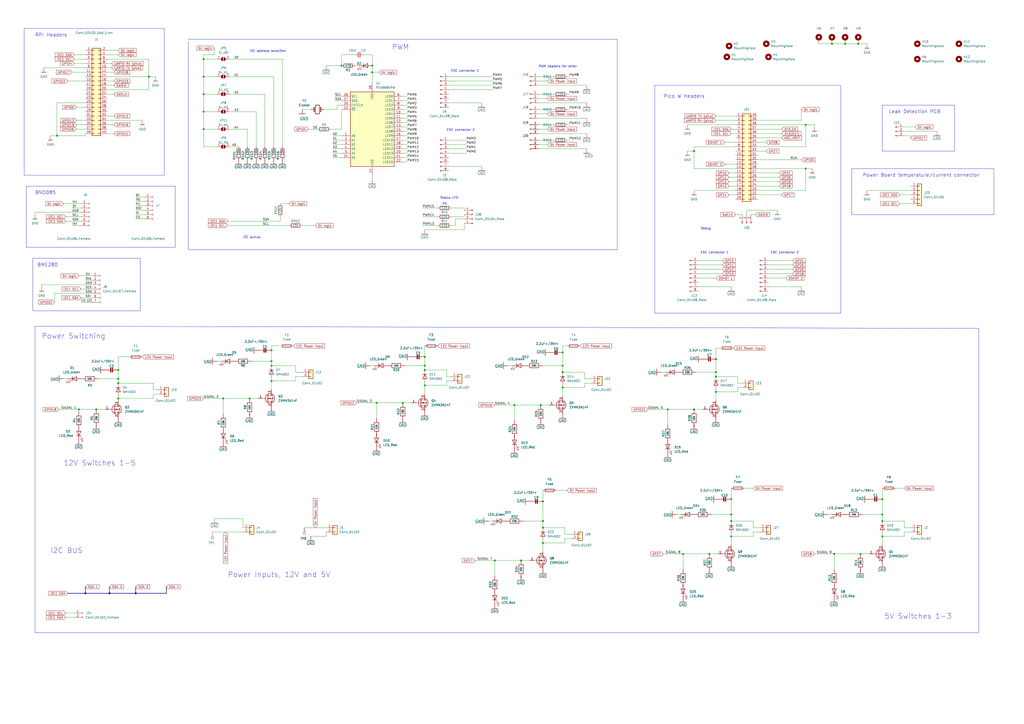
<source format=kicad_sch>
(kicad_sch (version 20230121) (generator eeschema)
  (paper "A2")
  (title_block (title "Pi Hat PCB") (company "Cabrillo Robotics Club"))
  (junction (at 490.22 25.4))
  (junction (at 68.58 214.63))
  (junction (at 298.45 234.95))
  (junction (at 396.24 321.31))
  (junction (at 511.81 289.56))
  (junction (at 118.11 74.93))
  (junction (at 511.81 302.26))
  (junction (at 314.96 306.07))
  (junction (at 415.29 208.28))
  (junction (at 326.39 204.47))
  (junction (at 246.38 207.01))
  (junction (at 467.36 97.79))
  (junction (at 482.6 25.4))
  (junction (at 483.87 321.31))
  (junction (at 511.81 298.45))
  (junction (at 287.02 325.12))
  (junction (at 314.96 302.26))
  (junction (at 246.38 223.52))
  (junction (at 424.18 298.45))
  (junction (at 424.18 289.56))
  (junction (at 313.69 234.95))
  (junction (at 497.84 25.4))
  (junction (at 118.11 54.61))
  (junction (at 198.12 38.1))
  (junction (at 78.74 344.17))
  (junction (at 118.11 44.45))
  (junction (at 55.88 237.49))
  (junction (at 33.02 78.74))
  (junction (at 415.29 215.9))
  (junction (at 86.36 44.45))
  (junction (at 402.59 87.63))
  (junction (at 314.96 314.96))
  (junction (at 157.48 209.55))
  (junction (at 411.48 321.31))
  (junction (at 387.35 237.49))
  (junction (at 302.26 325.12))
  (junction (at 246.38 214.63))
  (junction (at 326.39 215.9))
  (junction (at 215.9 38.1))
  (junction (at 215.9 41.91))
  (junction (at 402.59 237.49))
  (junction (at 157.48 220.98))
  (junction (at 49.53 344.17))
  (junction (at 424.18 302.26))
  (junction (at 424.18 311.15))
  (junction (at 68.58 219.71))
  (junction (at 157.48 212.09))
  (junction (at 129.54 231.14))
  (junction (at 63.5 344.17))
  (junction (at 45.72 237.49))
  (junction (at 415.29 227.33))
  (junction (at 68.58 222.25))
  (junction (at 157.48 203.2))
  (junction (at 144.78 231.14))
  (junction (at 68.58 231.14))
  (junction (at 218.44 233.68))
  (junction (at 118.11 34.29))
  (junction (at 511.81 311.15))
  (junction (at 233.68 233.68))
  (junction (at 326.39 224.79))
  (junction (at 118.11 64.77))
  (junction (at 314.96 290.83))
  (junction (at 326.39 212.09))
  (junction (at 246.38 212.09))
  (junction (at 499.11 321.31))
  (junction (at 415.29 218.44))
  (junction (at 467.36 72.39))
  (wire (pts (xy 302.26 334.01) (xy 302.26 335.28)))
  (polyline (pts (xy 95.25 101.6) (xy 95.25 16.51)))
  (wire (pts (xy 198.12 63.5) (xy 198.12 74.93)))
  (wire (pts (xy 339.09 224.79) (xy 339.09 222.25)))
  (wire (pts (xy 245.11 125.73) (xy 254 125.73)))
  (wire (pts (xy 233.68 91.44) (xy 236.22 91.44)))
  (wire (pts (xy 194.31 58.42) (xy 198.12 58.42)))
  (wire (pts (xy 314.96 212.09) (xy 326.39 212.09)))
  (wire (pts (xy 287.02 325.12) (xy 302.26 325.12)))
  (wire (pts (xy 36.83 118.11) (xy 46.99 118.11)))
  (wire (pts (xy 233.68 55.88) (xy 236.22 55.88)))
  (wire (pts (xy 260.35 52.07) (xy 285.75 52.07)))
  (wire (pts (xy 124.46 31.75) (xy 118.11 31.75)))
  (wire (pts (xy 415.29 218.44) (xy 427.99 218.44)))
  (wire (pts (xy 198.12 38.1) (xy 189.23 38.1)))
  (wire (pts (xy 215.9 31.75) (xy 215.9 38.1)))
  (polyline (pts (xy 379.73 49.53) (xy 379.73 181.61)))
  (wire (pts (xy 312.42 54.61) (xy 321.31 54.61)))
  (wire (pts (xy 233.68 78.74) (xy 236.22 78.74)))
  (wire (pts (xy 36.83 219.71) (xy 39.37 219.71)))
  (wire (pts (xy 88.9 226.06) (xy 91.44 226.06)))
  (wire (pts (xy 326.39 212.09) (xy 326.39 215.9)))
  (wire (pts (xy 497.84 25.4) (xy 502.92 25.4)))
  (wire (pts (xy 175.26 63.5) (xy 180.34 63.5)))
  (wire (pts (xy 62.23 44.45) (xy 86.36 44.45)))
  (wire (pts (xy 24.13 165.1) (xy 24.13 166.37)))
  (wire (pts (xy 43.18 36.83) (xy 49.53 36.83)))
  (wire (pts (xy 264.16 127) (xy 269.24 127)))
  (polyline (pts (xy 81.28 180.34) (xy 19.05 180.34)))
  (wire (pts (xy 312.42 44.45) (xy 321.31 44.45)))
  (wire (pts (xy 467.36 72.39) (xy 472.44 72.39)))
  (wire (pts (xy 124.46 300.99) (xy 140.97 300.99)))
  (wire (pts (xy 193.04 91.44) (xy 198.12 91.44)))
  (wire (pts (xy 78.74 127) (xy 83.82 127)))
  (wire (pts (xy 312.42 63.5) (xy 321.31 63.5)))
  (wire (pts (xy 33.02 78.74) (xy 49.53 78.74)))
  (wire (pts (xy 31.75 175.26) (xy 31.75 170.18)))
  (wire (pts (xy 275.59 325.12) (xy 287.02 325.12)))
  (wire (pts (xy 146.05 209.55) (xy 157.48 209.55)))
  (wire (pts (xy 298.45 254) (xy 298.45 252.73)))
  (wire (pts (xy 420.37 95.25) (xy 426.72 95.25)))
  (wire (pts (xy 524.51 306.07) (xy 528.32 306.07)))
  (wire (pts (xy 233.68 88.9) (xy 236.22 88.9)))
  (wire (pts (xy 29.21 78.74) (xy 33.02 78.74)))
  (wire (pts (xy 218.44 233.68) (xy 233.68 233.68)))
  (wire (pts (xy 163.83 34.29) (xy 163.83 85.09)))
  (wire (pts (xy 144.78 231.14) (xy 149.86 231.14)))
  (polyline (pts (xy 101.6 107.95) (xy 101.6 143.51)))
  (wire (pts (xy 312.42 59.69) (xy 340.36 59.69)))
  (wire (pts (xy 133.35 54.61) (xy 153.67 54.61)))
  (wire (pts (xy 480.06 298.45) (xy 482.6 298.45)))
  (wire (pts (xy 43.18 31.75) (xy 49.53 31.75)))
  (wire (pts (xy 162.56 200.66) (xy 157.48 200.66)))
  (wire (pts (xy 269.24 120.65) (xy 269.24 121.92)))
  (wire (pts (xy 312.42 72.39) (xy 321.31 72.39)))
  (wire (pts (xy 402.59 246.38) (xy 402.59 247.65)))
  (wire (pts (xy 46.99 175.26) (xy 53.34 175.26)))
  (wire (pts (xy 415.29 201.93) (xy 417.83 201.93)))
  (wire (pts (xy 245.11 130.81) (xy 254 130.81)))
  (wire (pts (xy 44.45 69.85) (xy 49.53 69.85)))
  (wire (pts (xy 62.23 49.53) (xy 66.04 49.53)))
  (wire (pts (xy 326.39 224.79) (xy 339.09 224.79)))
  (wire (pts (xy 405.13 161.29) (xy 415.29 161.29)))
  (wire (pts (xy 314.96 314.96) (xy 314.96 320.04)))
  (wire (pts (xy 233.68 60.96) (xy 236.22 60.96)))
  (wire (pts (xy 511.81 311.15) (xy 524.51 311.15)))
  (wire (pts (xy 132.08 128.27) (xy 162.56 128.27)))
  (polyline (pts (xy 511.81 87.63) (xy 553.72 87.63)))
  (wire (pts (xy 38.1 128.27) (xy 46.99 128.27)))
  (wire (pts (xy 439.42 102.87) (xy 452.12 102.87)))
  (wire (pts (xy 38.1 125.73) (xy 46.99 125.73)))
  (wire (pts (xy 245.11 120.65) (xy 254 120.65)))
  (wire (pts (xy 208.28 38.1) (xy 205.74 38.1)))
  (wire (pts (xy 215.9 101.6) (xy 215.9 104.14)))
  (wire (pts (xy 193.04 86.36) (xy 198.12 86.36)))
  (wire (pts (xy 511.81 311.15) (xy 511.81 316.23)))
  (wire (pts (xy 424.18 302.26) (xy 436.88 302.26)))
  (wire (pts (xy 511.81 283.21) (xy 511.81 289.56)))
  (polyline (pts (xy 109.22 24.13) (xy 109.22 144.78)))
  (wire (pts (xy 427.99 227.33) (xy 427.99 224.79)))
  (wire (pts (xy 198.12 31.75) (xy 205.74 31.75)))
  (polyline (pts (xy 379.73 49.53) (xy 487.68 49.53)))
  (wire (pts (xy 246.38 223.52) (xy 259.08 223.52)))
  (wire (pts (xy 427.99 224.79) (xy 430.53 224.79)))
  (wire (pts (xy 438.15 124.46) (xy 435.61 124.46)))
  (polyline (pts (xy 567.69 367.03) (xy 20.32 367.03)))
  (wire (pts (xy 403.86 215.9) (xy 415.29 215.9)))
  (wire (pts (xy 524.51 308.61) (xy 528.32 308.61)))
  (wire (pts (xy 171.45 215.9) (xy 175.26 215.9)))
  (wire (pts (xy 118.11 64.77) (xy 125.73 64.77)))
  (wire (pts (xy 328.93 54.61) (xy 330.2 54.61)))
  (wire (pts (xy 68.58 231.14) (xy 68.58 232.41)))
  (wire (pts (xy 405.13 158.75) (xy 419.1 158.75)))
  (wire (pts (xy 195.58 60.96) (xy 198.12 60.96)))
  (wire (pts (xy 53.34 165.1) (xy 24.13 165.1)))
  (polyline (pts (xy 511.81 60.96) (xy 511.81 69.85)))
  (wire (pts (xy 207.01 233.68) (xy 218.44 233.68)))
  (wire (pts (xy 162.56 125.73) (xy 162.56 128.27)))
  (wire (pts (xy 521.97 113.03) (xy 528.32 113.03)))
  (wire (pts (xy 214.63 212.09) (xy 217.17 212.09)))
  (wire (pts (xy 439.42 80.01) (xy 453.39 80.01)))
  (wire (pts (xy 62.23 31.75) (xy 68.58 31.75)))
  (wire (pts (xy 415.29 227.33) (xy 427.99 227.33)))
  (wire (pts (xy 312.42 49.53) (xy 340.36 49.53)))
  (wire (pts (xy 521.97 118.11) (xy 528.32 118.11)))
  (wire (pts (xy 55.88 237.49) (xy 60.96 237.49)))
  (wire (pts (xy 259.08 218.44) (xy 261.62 218.44)))
  (wire (pts (xy 88.9 222.25) (xy 88.9 226.06)))
  (wire (pts (xy 436.88 306.07) (xy 440.69 306.07)))
  (wire (pts (xy 467.36 85.09) (xy 467.36 72.39)))
  (wire (pts (xy 260.35 59.69) (xy 279.4 59.69)))
  (wire (pts (xy 118.11 31.75) (xy 118.11 34.29)))
  (wire (pts (xy 260.35 46.99) (xy 285.75 46.99)))
  (polyline (pts (xy 576.58 124.46) (xy 576.58 97.79)))
  (wire (pts (xy 439.42 85.09) (xy 467.36 85.09)))
  (wire (pts (xy 326.39 200.66) (xy 328.93 200.66)))
  (wire (pts (xy 314.96 306.07) (xy 327.66 306.07)))
  (wire (pts (xy 233.68 71.12) (xy 236.22 71.12)))
  (bus (pts (xy 49.53 340.36) (xy 49.53 344.17)))
  (wire (pts (xy 233.68 93.98) (xy 236.22 93.98)))
  (wire (pts (xy 129.54 231.14) (xy 144.78 231.14)))
  (wire (pts (xy 524.51 311.15) (xy 524.51 308.61)))
  (bus (pts (xy 63.5 344.17) (xy 78.74 344.17)))
  (wire (pts (xy 327.66 306.07) (xy 327.66 309.88)))
  (wire (pts (xy 198.12 31.75) (xy 198.12 38.1)))
  (wire (pts (xy 167.64 118.11) (xy 162.56 118.11)))
  (wire (pts (xy 193.04 83.82) (xy 198.12 83.82)))
  (wire (pts (xy 194.31 55.88) (xy 198.12 55.88)))
  (bus (pts (xy 39.37 344.17) (xy 49.53 344.17)))
  (wire (pts (xy 269.24 133.35) (xy 269.24 129.54)))
  (wire (pts (xy 269.24 125.73) (xy 269.24 124.46)))
  (wire (pts (xy 499.11 330.2) (xy 499.11 331.47)))
  (wire (pts (xy 233.68 63.5) (xy 236.22 63.5)))
  (wire (pts (xy 303.53 302.26) (xy 314.96 302.26)))
  (wire (pts (xy 62.23 34.29) (xy 86.36 34.29)))
  (wire (pts (xy 45.72 248.92) (xy 45.72 247.65)))
  (wire (pts (xy 124.46 27.94) (xy 124.46 31.75)))
  (wire (pts (xy 68.58 229.87) (xy 68.58 231.14)))
  (polyline (pts (xy 109.22 22.86) (xy 358.14 22.86)))
  (polyline (pts (xy 576.58 97.79) (xy 494.03 97.79)))
  (wire (pts (xy 246.38 222.25) (xy 246.38 223.52)))
  (wire (pts (xy 439.42 82.55) (xy 444.5 82.55)))
  (polyline (pts (xy 15.24 107.95) (xy 101.6 107.95)))
  (wire (pts (xy 144.78 240.03) (xy 144.78 241.3)))
  (wire (pts (xy 62.23 36.83) (xy 64.77 36.83)))
  (polyline (pts (xy 19.05 149.86) (xy 81.28 149.86)))
  (wire (pts (xy 68.58 222.25) (xy 88.9 222.25)))
  (polyline (pts (xy 13.97 16.51) (xy 13.97 101.6)))
  (wire (pts (xy 328.93 44.45) (xy 330.2 44.45)))
  (wire (pts (xy 25.4 39.37) (xy 49.53 39.37)))
  (wire (pts (xy 187.96 63.5) (xy 195.58 63.5)))
  (wire (pts (xy 490.22 25.4) (xy 497.84 25.4)))
  (wire (pts (xy 422.91 105.41) (xy 426.72 105.41)))
  (polyline (pts (xy 20.32 189.23) (xy 567.69 190.5)))
  (wire (pts (xy 519.43 283.21) (xy 524.51 283.21)))
  (wire (pts (xy 143.51 74.93) (xy 143.51 85.09)))
  (wire (pts (xy 264.16 130.81) (xy 264.16 127)))
  (wire (pts (xy 436.88 311.15) (xy 436.88 308.61)))
  (wire (pts (xy 118.11 64.77) (xy 118.11 74.93)))
  (bus (pts (xy 78.74 344.17) (xy 96.52 344.17)))
  (wire (pts (xy 439.42 97.79) (xy 467.36 97.79)))
  (wire (pts (xy 191.77 74.93) (xy 198.12 74.93)))
  (wire (pts (xy 312.42 57.15) (xy 317.5 57.15)))
  (wire (pts (xy 78.74 119.38) (xy 83.82 119.38)))
  (wire (pts (xy 415.29 215.9) (xy 415.29 218.44)))
  (wire (pts (xy 171.45 218.44) (xy 175.26 218.44)))
  (wire (pts (xy 312.42 74.93) (xy 317.5 74.93)))
  (wire (pts (xy 402.59 237.49) (xy 407.67 237.49)))
  (wire (pts (xy 524.51 78.74) (xy 528.32 78.74)))
  (wire (pts (xy 31.75 170.18) (xy 53.34 170.18)))
  (wire (pts (xy 68.58 219.71) (xy 68.58 222.25)))
  (wire (pts (xy 218.44 233.68) (xy 218.44 242.57)))
  (wire (pts (xy 259.08 214.63) (xy 259.08 218.44)))
  (wire (pts (xy 41.91 130.81) (xy 46.99 130.81)))
  (wire (pts (xy 287.02 344.17) (xy 287.02 342.9)))
  (wire (pts (xy 246.38 212.09) (xy 246.38 214.63)))
  (wire (pts (xy 445.77 158.75) (xy 459.74 158.75)))
  (wire (pts (xy 34.29 237.49) (xy 45.72 237.49)))
  (wire (pts (xy 62.23 54.61) (xy 66.04 54.61)))
  (wire (pts (xy 431.8 283.21) (xy 436.88 283.21)))
  (wire (pts (xy 260.35 83.82) (xy 270.51 83.82)))
  (wire (pts (xy 233.68 68.58) (xy 236.22 68.58)))
  (wire (pts (xy 420.37 82.55) (xy 426.72 82.55)))
  (wire (pts (xy 44.45 74.93) (xy 49.53 74.93)))
  (wire (pts (xy 46.99 172.72) (xy 53.34 172.72)))
  (wire (pts (xy 157.48 212.09) (xy 171.45 212.09)))
  (wire (pts (xy 314.96 302.26) (xy 314.96 306.07)))
  (wire (pts (xy 195.58 63.5) (xy 195.58 60.96)))
  (wire (pts (xy 500.38 298.45) (xy 511.81 298.45)))
  (wire (pts (xy 233.68 86.36) (xy 236.22 86.36)))
  (wire (pts (xy 157.48 220.98) (xy 157.48 226.06)))
  (wire (pts (xy 422.91 100.33) (xy 426.72 100.33)))
  (wire (pts (xy 157.48 200.66) (xy 157.48 203.2)))
  (wire (pts (xy 118.11 74.93) (xy 125.73 74.93)))
  (wire (pts (xy 436.88 302.26) (xy 436.88 306.07)))
  (wire (pts (xy 246.38 207.01) (xy 246.38 212.09)))
  (wire (pts (xy 62.23 69.85) (xy 82.55 69.85)))
  (wire (pts (xy 439.42 113.03) (xy 453.39 113.03)))
  (wire (pts (xy 78.74 124.46) (xy 83.82 124.46)))
  (wire (pts (xy 439.42 74.93) (xy 453.39 74.93)))
  (wire (pts (xy 326.39 200.66) (xy 326.39 204.47)))
  (wire (pts (xy 472.44 72.39) (xy 472.44 73.66)))
  (wire (pts (xy 511.81 298.45) (xy 511.81 302.26)))
  (wire (pts (xy 464.82 63.5) (xy 464.82 69.85)))
  (wire (pts (xy 314.96 284.48) (xy 314.96 290.83)))
  (wire (pts (xy 62.23 46.99) (xy 66.04 46.99)))
  (wire (pts (xy 44.45 72.39) (xy 49.53 72.39)))
  (wire (pts (xy 415.29 201.93) (xy 415.29 208.28)))
  (wire (pts (xy 193.04 78.74) (xy 198.12 78.74)))
  (wire (pts (xy 193.04 81.28) (xy 198.12 81.28)))
  (wire (pts (xy 405.13 166.37) (xy 424.18 166.37)))
  (wire (pts (xy 118.11 54.61) (xy 118.11 64.77)))
  (wire (pts (xy 62.23 41.91) (xy 66.04 41.91)))
  (wire (pts (xy 387.35 237.49) (xy 402.59 237.49)))
  (wire (pts (xy 287.02 234.95) (xy 298.45 234.95)))
  (wire (pts (xy 524.51 302.26) (xy 524.51 306.07)))
  (wire (pts (xy 41.91 120.65) (xy 46.99 120.65)))
  (polyline (pts (xy 553.72 60.96) (xy 511.81 60.96)))
  (wire (pts (xy 411.48 330.2) (xy 411.48 331.47)))
  (wire (pts (xy 339.09 215.9) (xy 339.09 219.71)))
  (wire (pts (xy 157.48 209.55) (xy 157.48 212.09)))
  (wire (pts (xy 62.23 29.21) (xy 68.58 29.21)))
  (wire (pts (xy 233.68 83.82) (xy 236.22 83.82)))
  (wire (pts (xy 467.36 97.79) (xy 471.17 97.79)))
  (polyline (pts (xy 101.6 143.51) (xy 15.24 143.51)))
  (wire (pts (xy 118.11 44.45) (xy 118.11 54.61)))
  (wire (pts (xy 233.68 66.04) (xy 236.22 66.04)))
  (wire (pts (xy 45.72 237.49) (xy 45.72 238.76)))
  (wire (pts (xy 210.82 31.75) (xy 215.9 31.75)))
  (wire (pts (xy 20.32 124.46) (xy 20.32 123.19)))
  (wire (pts (xy 78.74 121.92) (xy 83.82 121.92)))
  (wire (pts (xy 483.87 321.31) (xy 483.87 330.2)))
  (wire (pts (xy 439.42 92.71) (xy 464.82 92.71)))
  (wire (pts (xy 148.59 64.77) (xy 148.59 85.09)))
  (wire (pts (xy 234.95 212.09) (xy 246.38 212.09)))
  (wire (pts (xy 62.23 77.47) (xy 66.04 77.47)))
  (wire (pts (xy 439.42 87.63) (xy 444.5 87.63)))
  (wire (pts (xy 405.13 156.21) (xy 419.1 156.21)))
  (wire (pts (xy 445.77 156.21) (xy 459.74 156.21)))
  (wire (pts (xy 88.9 231.14) (xy 88.9 228.6)))
  (wire (pts (xy 426.72 97.79) (xy 402.59 97.79)))
  (wire (pts (xy 129.54 250.19) (xy 129.54 248.92)))
  (wire (pts (xy 180.34 311.15) (xy 189.23 311.15)))
  (bus (pts (xy 78.74 340.36) (xy 78.74 344.17)))
  (wire (pts (xy 328.93 72.39) (xy 330.2 72.39)))
  (wire (pts (xy 328.93 63.5) (xy 330.2 63.5)))
  (wire (pts (xy 383.54 215.9) (xy 386.08 215.9)))
  (wire (pts (xy 328.93 81.28) (xy 330.2 81.28)))
  (wire (pts (xy 118.11 44.45) (xy 125.73 44.45)))
  (wire (pts (xy 294.64 212.09) (xy 297.18 212.09)))
  (wire (pts (xy 39.37 46.99) (xy 49.53 46.99)))
  (wire (pts (xy 439.42 105.41) (xy 452.12 105.41)))
  (wire (pts (xy 392.43 298.45) (xy 394.97 298.45)))
  (wire (pts (xy 78.74 114.3) (xy 83.82 114.3)))
  (wire (pts (xy 402.59 97.79) (xy 402.59 87.63)))
  (wire (pts (xy 118.11 34.29) (xy 118.11 44.45)))
  (polyline (pts (xy 553.72 87.63) (xy 553.72 60.96)))
  (wire (pts (xy 313.69 234.95) (xy 318.77 234.95)))
  (wire (pts (xy 326.39 215.9) (xy 339.09 215.9)))
  (wire (pts (xy 528.32 78.74) (xy 528.32 80.01)))
  (polyline (pts (xy 358.14 144.78) (xy 358.14 22.86)))
  (wire (pts (xy 78.74 116.84) (xy 83.82 116.84)))
  (wire (pts (xy 424.18 289.56) (xy 424.18 298.45)))
  (wire (pts (xy 62.23 72.39) (xy 66.04 72.39)))
  (wire (pts (xy 439.42 110.49) (xy 467.36 110.49)))
  (wire (pts (xy 312.42 83.82) (xy 317.5 83.82)))
  (polyline (pts (xy 19.05 180.34) (xy 19.05 149.86)))
  (polyline (pts (xy 20.32 367.03) (xy 20.32 189.23)))
  (wire (pts (xy 57.15 219.71) (xy 68.58 219.71)))
  (wire (pts (xy 396.24 340.36) (xy 396.24 339.09)))
  (wire (pts (xy 133.35 64.77) (xy 148.59 64.77)))
  (wire (pts (xy 398.78 87.63) (xy 402.59 87.63)))
  (wire (pts (xy 312.42 66.04) (xy 317.5 66.04)))
  (polyline (pts (xy 511.81 69.85) (xy 511.81 87.63)))
  (wire (pts (xy 314.96 290.83) (xy 314.96 302.26)))
  (bus (pts (xy 63.5 340.36) (xy 63.5 344.17)))
  (wire (pts (xy 259.08 223.52) (xy 259.08 220.98)))
  (wire (pts (xy 467.36 110.49) (xy 467.36 97.79)))
  (wire (pts (xy 387.35 256.54) (xy 387.35 255.27)))
  (wire (pts (xy 424.18 298.45) (xy 424.18 302.26)))
  (wire (pts (xy 511.81 302.26) (xy 524.51 302.26)))
  (wire (pts (xy 445.77 151.13) (xy 459.74 151.13)))
  (wire (pts (xy 182.88 130.81) (xy 175.26 130.81)))
  (wire (pts (xy 327.66 314.96) (xy 327.66 312.42)))
  (wire (pts (xy 439.42 107.95) (xy 452.12 107.95)))
  (wire (pts (xy 312.42 81.28) (xy 321.31 81.28)))
  (wire (pts (xy 118.11 34.29) (xy 125.73 34.29)))
  (wire (pts (xy 215.9 41.91) (xy 215.9 48.26)))
  (wire (pts (xy 260.35 88.9) (xy 270.51 88.9)))
  (wire (pts (xy 118.11 85.09) (xy 125.73 85.09)))
  (wire (pts (xy 45.72 160.02) (xy 53.34 160.02)))
  (wire (pts (xy 405.13 151.13) (xy 419.1 151.13)))
  (wire (pts (xy 327.66 309.88) (xy 331.47 309.88)))
  (wire (pts (xy 384.81 321.31) (xy 396.24 321.31)))
  (wire (pts (xy 424.18 74.93) (xy 426.72 74.93)))
  (wire (pts (xy 427.99 218.44) (xy 427.99 222.25)))
  (wire (pts (xy 123.19 308.61) (xy 140.97 308.61)))
  (wire (pts (xy 33.02 59.69) (xy 33.02 78.74)))
  (wire (pts (xy 55.88 246.38) (xy 55.88 247.65)))
  (wire (pts (xy 38.1 355.6) (xy 43.18 355.6)))
  (wire (pts (xy 387.35 237.49) (xy 387.35 246.38)))
  (polyline (pts (xy 379.73 181.61) (xy 487.68 181.61)))
  (wire (pts (xy 313.69 243.84) (xy 313.69 245.11)))
  (polyline (pts (xy 487.68 181.61) (xy 487.68 49.53)))
  (wire (pts (xy 193.04 88.9) (xy 198.12 88.9)))
  (wire (pts (xy 233.68 242.57) (xy 233.68 243.84)))
  (wire (pts (xy 129.54 231.14) (xy 129.54 240.03)))
  (wire (pts (xy 153.67 54.61) (xy 153.67 85.09)))
  (wire (pts (xy 322.58 284.48) (xy 328.93 284.48)))
  (wire (pts (xy 312.42 77.47) (xy 340.36 77.47)))
  (wire (pts (xy 118.11 54.61) (xy 125.73 54.61)))
  (wire (pts (xy 189.23 311.15) (xy 189.23 308.61)))
  (wire (pts (xy 482.6 25.4) (xy 490.22 25.4)))
  (wire (pts (xy 86.36 34.29) (xy 86.36 44.45)))
  (wire (pts (xy 302.26 325.12) (xy 307.34 325.12)))
  (wire (pts (xy 298.45 234.95) (xy 298.45 243.84)))
  (wire (pts (xy 424.18 311.15) (xy 424.18 316.23)))
  (wire (pts (xy 326.39 223.52) (xy 326.39 224.79)))
  (wire (pts (xy 118.11 74.93) (xy 118.11 85.09)))
  (wire (pts (xy 157.48 203.2) (xy 157.48 209.55)))
  (wire (pts (xy 422.91 107.95) (xy 426.72 107.95)))
  (wire (pts (xy 415.29 208.28) (xy 415.29 215.9)))
  (wire (pts (xy 415.29 227.33) (xy 415.29 232.41)))
  (wire (pts (xy 415.29 69.85) (xy 426.72 69.85)))
  (wire (pts (xy 326.39 224.79) (xy 326.39 229.87)))
  (wire (pts (xy 439.42 100.33) (xy 452.12 100.33)))
  (wire (pts (xy 49.53 162.56) (xy 53.34 162.56)))
  (wire (pts (xy 41.91 41.91) (xy 49.53 41.91)))
  (wire (pts (xy 472.44 321.31) (xy 483.87 321.31)))
  (wire (pts (xy 44.45 62.23) (xy 49.53 62.23)))
  (polyline (pts (xy 109.22 144.78) (xy 358.14 144.78)))
  (wire (pts (xy 233.68 58.42) (xy 236.22 58.42)))
  (wire (pts (xy 402.59 87.63) (xy 402.59 85.09)))
  (bus (pts (xy 49.53 344.17) (xy 63.5 344.17)))
  (wire (pts (xy 524.51 73.66) (xy 530.86 73.66)))
  (wire (pts (xy 415.29 226.06) (xy 415.29 227.33)))
  (wire (pts (xy 424.18 77.47) (xy 426.72 77.47)))
  (polyline (pts (xy 494.03 124.46) (xy 576.58 124.46)))
  (wire (pts (xy 261.62 130.81) (xy 264.16 130.81)))
  (wire (pts (xy 326.39 204.47) (xy 326.39 212.09)))
  (wire (pts (xy 502.92 110.49) (xy 528.32 110.49)))
  (wire (pts (xy 511.81 309.88) (xy 511.81 311.15)))
  (wire (pts (xy 439.42 69.85) (xy 464.82 69.85)))
  (wire (pts (xy 312.42 86.36) (xy 340.36 86.36)))
  (polyline (pts (xy 95.25 16.51) (xy 13.97 16.51)))
  (wire (pts (xy 426.72 124.46) (xy 430.53 124.46)))
  (wire (pts (xy 157.48 220.98) (xy 171.45 220.98)))
  (wire (pts (xy 396.24 321.31) (xy 396.24 330.2)))
  (wire (pts (xy 140.97 300.99) (xy 140.97 306.07)))
  (wire (pts (xy 179.07 74.93) (xy 184.15 74.93)))
  (wire (pts (xy 314.96 314.96) (xy 327.66 314.96)))
  (wire (pts (xy 176.53 306.07) (xy 189.23 306.07)))
  (wire (pts (xy 474.98 25.4) (xy 482.6 25.4)))
  (wire (pts (xy 314.96 313.69) (xy 314.96 314.96)))
  (wire (pts (xy 433.07 121.92) (xy 433.07 124.46)))
  (wire (pts (xy 439.42 72.39) (xy 467.36 72.39)))
  (polyline (pts (xy 81.28 149.86) (xy 81.28 180.34)))
  (wire (pts (xy 68.58 214.63) (xy 68.58 219.71)))
  (wire (pts (xy 483.87 340.36) (xy 483.87 339.09)))
  (wire (pts (xy 233.68 76.2) (xy 236.22 76.2)))
  (wire (pts (xy 62.23 67.31) (xy 66.04 67.31)))
  (wire (pts (xy 283.21 302.26) (xy 285.75 302.26)))
  (wire (pts (xy 74.93 207.01) (xy 68.58 207.01)))
  (wire (pts (xy 445.77 153.67) (xy 459.74 153.67)))
  (wire (pts (xy 46.99 167.64) (xy 53.34 167.64)))
  (wire (pts (xy 415.29 67.31) (xy 426.72 67.31)))
  (wire (pts (xy 339.09 219.71) (xy 342.9 219.71)))
  (wire (pts (xy 133.35 44.45) (xy 158.75 44.45)))
  (wire (pts (xy 312.42 46.99) (xy 317.5 46.99)))
  (wire (pts (xy 411.48 321.31) (xy 416.56 321.31)))
  (wire (pts (xy 246.38 200.66) (xy 246.38 207.01)))
  (wire (pts (xy 259.08 220.98) (xy 261.62 220.98)))
  (wire (pts (xy 412.75 298.45) (xy 424.18 298.45)))
  (wire (pts (xy 233.68 233.68) (xy 238.76 233.68)))
  (wire (pts (xy 524.51 76.2) (xy 543.56 76.2)))
  (wire (pts (xy 424.18 309.88) (xy 424.18 311.15)))
  (wire (pts (xy 118.11 231.14) (xy 129.54 231.14)))
  (wire (pts (xy 88.9 228.6) (xy 91.44 228.6)))
  (wire (pts (xy 261.62 120.65) (xy 269.24 120.65)))
  (wire (pts (xy 233.68 73.66) (xy 236.22 73.66)))
  (wire (pts (xy 38.1 358.14) (xy 43.18 358.14)))
  (polyline (pts (xy 13.97 101.6) (xy 95.25 101.6)))
  (wire (pts (xy 424.18 283.21) (xy 424.18 289.56)))
  (wire (pts (xy 436.88 308.61) (xy 440.69 308.61)))
  (wire (pts (xy 439.42 77.47) (xy 453.39 77.47)))
  (wire (pts (xy 20.32 123.19) (xy 46.99 123.19)))
  (wire (pts (xy 133.35 85.09) (xy 138.43 85.09)))
  (wire (pts (xy 445.77 166.37) (xy 464.82 166.37)))
  (wire (pts (xy 450.85 121.92) (xy 433.07 121.92)))
  (wire (pts (xy 312.42 68.58) (xy 340.36 68.58)))
  (wire (pts (xy 86.36 44.45) (xy 90.17 44.45)))
  (wire (pts (xy 125.73 209.55) (xy 128.27 209.55)))
  (wire (pts (xy 171.45 220.98) (xy 171.45 218.44)))
  (wire (pts (xy 260.35 86.36) (xy 270.51 86.36)))
  (wire (pts (xy 298.45 234.95) (xy 313.69 234.95)))
  (polyline (pts (xy 567.69 190.5) (xy 567.69 367.03)))
  (wire (pts (xy 422.91 102.87) (xy 426.72 102.87)))
  (wire (pts (xy 68.58 207.01) (xy 68.58 214.63)))
  (wire (pts (xy 132.08 130.81) (xy 167.64 130.81)))
  (wire (pts (xy 62.23 52.07) (xy 86.36 52.07)))
  (wire (pts (xy 171.45 212.09) (xy 171.45 215.9)))
  (wire (pts (xy 218.44 252.73) (xy 218.44 251.46)))
  (wire (pts (xy 45.72 237.49) (xy 55.88 237.49)))
  (wire (pts (xy 246.38 223.52) (xy 246.38 228.6)))
  (wire (pts (xy 215.9 41.91) (xy 219.71 41.91)))
  (wire (pts (xy 287.02 325.12) (xy 287.02 334.01)))
  (bus (pts (xy 96.52 340.36) (xy 96.52 344.17)))
  (wire (pts (xy 215.9 38.1) (xy 215.9 41.91)))
  (wire (pts (xy 246.38 214.63) (xy 259.08 214.63)))
  (wire (pts (xy 424.18 311.15) (xy 436.88 311.15)))
  (wire (pts (xy 43.18 34.29) (xy 49.53 34.29)))
  (wire (pts (xy 86.36 52.07) (xy 86.36 44.45)))
  (wire (pts (xy 402.59 85.09) (xy 426.72 85.09)))
  (polyline (pts (xy 494.03 97.79) (xy 494.03 124.46)))
  (wire (pts (xy 339.09 222.25) (xy 342.9 222.25)))
  (wire (pts (xy 246.38 133.35) (xy 269.24 133.35)))
  (wire (pts (xy 445.77 161.29) (xy 455.93 161.29)))
  (wire (pts (xy 157.48 219.71) (xy 157.48 220.98)))
  (wire (pts (xy 158.75 44.45) (xy 158.75 85.09)))
  (wire (pts (xy 49.53 59.69) (xy 33.02 59.69)))
  (wire (pts (xy 133.35 74.93) (xy 143.51 74.93)))
  (wire (pts (xy 49.53 78.74) (xy 49.53 77.47)))
  (wire (pts (xy 396.24 321.31) (xy 411.48 321.31)))
  (wire (pts (xy 499.11 321.31) (xy 504.19 321.31)))
  (wire (pts (xy 260.35 49.53) (xy 285.75 49.53)))
  (wire (pts (xy 62.23 39.37) (xy 64.77 39.37)))
  (wire (pts (xy 511.81 289.56) (xy 511.81 298.45)))
  (wire (pts (xy 375.92 237.49) (xy 387.35 237.49)))
  (wire (pts (xy 405.13 153.67) (xy 419.1 153.67)))
  (wire (pts (xy 233.68 81.28) (xy 236.22 81.28)))
  (wire (pts (xy 422.91 113.03) (xy 426.72 113.03)))
  (polyline (pts (xy 15.24 143.51) (xy 15.24 107.95)))
  (wire (pts (xy 68.58 231.14) (xy 88.9 231.14)))
  (wire (pts (xy 260.35 44.45) (xy 285.75 44.45)))
  (wire (pts (xy 260.35 81.28) (xy 270.51 81.28)))
  (wire (pts (xy 260.35 96.52) (xy 279.4 96.52)))
  (wire (pts (xy 398.78 72.39) (xy 426.72 72.39)))
  (wire (pts (xy 483.87 321.31) (xy 499.11 321.31)))
  (wire (pts (xy 133.35 34.29) (xy 163.83 34.29)))
  (wire (pts (xy 327.66 312.42) (xy 331.47 312.42)))
  (wire (pts (xy 261.62 125.73) (xy 269.24 125.73)))
  (wire (pts (xy 402.59 110.49) (xy 426.72 110.49)))
  (wire (pts (xy 427.99 222.25) (xy 430.53 222.25)))
  (text "Power Switching" (at 24.13 196.85 0) (effects (font (size 3 3)) (justify left bottom)))
  (text "I2C BUS" (at 29.21 321.31 0) (effects (font (size 3 3)) (justify left bottom)))
  (text "I2C pullup" (at 140.97 138.43 0) (effects (font (size 1.27 1.27)) (justify left bottom)))
  (text "Debug" (at 406.4 133.35 0) (effects (font (size 1.27 1.27)) (justify left bottom)))
  (text "ESC connector 2\n" (at 447.04 147.32 0) (effects (font (size 1.27 1.27)) (justify left bottom)))
  (text "Status LED" (at 255.27 115.57 0) (effects (font (size 1.27 1.27)) (justify left bottom)))
  (text "5V Switches 1-3\n" (at 513.08 359.41 0) (effects (font (size 3 3)) (justify left bottom)))
  (text "12V Switches 1-5" (at 36.83 270.51 0) (effects (font (size 3 3)) (justify left bottom)))
  (text "Leak Detection PCB\n" (at 515.62 66.04 0) (effects (font (size 2 2)) (justify left bottom)))
  (text "I2C address selection\n" (at 144.78 30.48 0) (effects (font (size 1.27 1.27)) (justify left bottom)))
  (text "ESC connector 1\n" (at 406.4 147.32 0) (effects (font (size 1.27 1.27)) (justify left bottom)))
  (text "RPI Headers" (at 20.32 21.59 0) (effects (font (size 2 2)) (justify left bottom)))
  (text "PWM" (at 227.33 29.21 0) (effects (font (size 3 3)) (justify left bottom)))
  (text "BME280" (at 21.59 154.94 0) (effects (font (size 2 2)) (justify left bottom)))
  (text "Pico W Headers" (at 384.81 57.15 0) (effects (font (size 2 2)) (justify left bottom)))
  (text "Power Inputs, 12V and 5V" (at 132.08 335.28 0) (effects (font (size 3 3)) (justify left bottom)))
  (text "PWM headers for other" (at 312.42 39.37 0) (effects (font (size 1.27 1.27)) (justify left bottom)))
  (text "ESC connector 2\n" (at 259.08 76.2 0) (effects (font (size 1.27 1.27)) (justify left bottom)))
  (text "ESC connector 1\n" (at 261.62 41.91 0) (effects (font (size 1.27 1.27)) (justify left bottom)))
  (text "Power Board temperature/current connector\n" (at 500.38 102.87 0) (effects (font (size 2 2)) (justify left bottom)))
  (text "BNO085" (at 20.32 113.03 0) (effects (font (size 2 2)) (justify left bottom)))
  (label "3Vo" (at 49.53 162.56 0) (effects (font (size 1.2446 1.2446))))
  (label "PWM5" (at 236.22 68.58 0))
  (label "SDO" (at 49.53 170.18 0) (effects (font (size 1.2446 1.2446))))
  (label "Vin" (at 49.53 160.02 0) (effects (font (size 1.2446 1.2446))))
  (label "SIGNAL 9" (at 473.71 321.31 0) (effects (font (size 1.2446 1.2446))))
  (label "PWM13" (at 236.22 88.9 0))
  (label "PWM5" (at 285.75 46.99 0))
  (label "SDA" (at 41.91 128.27 0) (effects (font (size 1.2446 1.2446))))
  (label "CS" (at 78.74 127 0) (effects (font (size 1.2446 1.2446))))
  (label "PWM12" (at 236.22 86.36 0))
  (label "PWM0" (at 236.22 55.88 0))
  (label "Vin" (at 41.91 118.11 0) (effects (font (size 1.2446 1.2446))))
  (label "A1" (at 135.89 44.45 0))
  (label "SCL" (at 152.4 130.81 0))
  (label "PWM3" (at 236.22 63.5 0))
  (label "PWM0" (at 270.51 88.9 0))
  (label "SIGNAL 8" (at 386.08 321.31 0) (effects (font (size 1.2446 1.2446))))
  (label "A2" (at 193.04 83.82 0))
  (label "A4" (at 193.04 88.9 0))
  (label "A5" (at 134.62 85.09 0))
  (label "PWM15" (at 245.11 120.65 0))
  (label "PWM4" (at 236.22 66.04 0))
  (label "SIGNAL 7" (at 276.86 325.12 0) (effects (font (size 1.2446 1.2446))))
  (label "CS (2)" (at 46.99 175.26 0) (effects (font (size 1.2446 1.2446))))
  (label "PWM7" (at 285.75 52.07 0))
  (label "PWM12" (at 330.2 81.28 0))
  (label "PWM8" (at 330.2 44.45 0))
  (label "SIGNAL 4" (at 287.02 234.95 0) (effects (font (size 1.2446 1.2446))))
  (label "PWM14" (at 236.22 91.44 0))
  (label "A0" (at 135.89 34.29 0))
  (label "GND" (at 49.53 165.1 0) (effects (font (size 1.2446 1.2446))))
  (label "PWM8" (at 236.22 76.2 0))
  (label "SDA" (at 194.31 58.42 0))
  (label "RUN" (at 458.47 92.71 0))
  (label "SIGNAL 3" (at 207.01 233.68 0) (effects (font (size 1.2446 1.2446))))
  (label "PWM2" (at 236.22 60.96 0))
  (label "PWM10" (at 236.22 81.28 0))
  (label "PWM4" (at 285.75 44.45 0))
  (label "BT" (at 78.74 114.3 0) (effects (font (size 1.2446 1.2446))))
  (label "PWM2" (at 270.51 83.82 0))
  (label "A4" (at 135.89 74.93 0))
  (label "P0" (at 78.74 116.84 0) (effects (font (size 1.2446 1.2446))))
  (label "SIGNAL 1" (at 35.56 237.49 0) (effects (font (size 1.2446 1.2446))))
  (label "3V" (at 41.91 120.65 0) (effects (font (size 1.2446 1.2446))))
  (label "PWM13" (at 245.11 130.81 0))
  (label "PWM1" (at 270.51 86.36 0))
  (label "DI" (at 78.74 124.46 0) (effects (font (size 1.2446 1.2446))))
  (label "A5" (at 193.04 91.44 0))
  (label "PWM6" (at 236.22 71.12 0))
  (label "SCL" (at 41.91 125.73 0) (effects (font (size 1.2446 1.2446))))
  (label "PWM7" (at 236.22 73.66 0))
  (label "OE" (at 181.61 74.93 0))
  (label "SIGNAL 2" (at 118.11 231.14 0) (effects (font (size 1.2446 1.2446))))
  (label "SDI" (at 49.53 172.72 0) (effects (font (size 1.2446 1.2446))))
  (label "PWM10" (at 330.2 63.5 0))
  (label "A1" (at 193.04 81.28 0))
  (label "A3" (at 193.04 86.36 0))
  (label "SDA" (at 152.4 128.27 0))
  (label "A0" (at 193.04 78.74 0))
  (label "PWM15" (at 236.22 93.98 0))
  (label "SCL" (at 194.31 55.88 0))
  (label "PWM3" (at 270.51 81.28 0))
  (label "PWM14" (at 245.11 125.73 0))
  (label "GND" (at 41.91 123.19 0) (effects (font (size 1.2446 1.2446))))
  (label "A3" (at 135.89 64.77 0))
  (label "SCK" (at 49.53 167.64 0) (effects (font (size 1.2446 1.2446))))
  (label "SIGNAL 5" (at 375.92 237.49 0) (effects (font (size 1.2446 1.2446))))
  (label "INT" (at 41.91 130.81 0) (effects (font (size 1.2446 1.2446))))
  (label "PWM6" (at 285.75 49.53 0))
  (label "A2" (at 135.89 54.61 0))
  (label "RST" (at 78.74 121.92 0) (effects (font (size 1.2446 1.2446))))
  (label "PWM9" (at 236.22 78.74 0))
  (label "PWM9" (at 330.2 54.61 0))
  (label "PWM11" (at 330.2 72.39 0))
  (label "PWM11" (at 236.22 83.82 0))
  (label "PWM1" (at 236.22 58.42 0))
  (label "P1" (at 78.74 119.38 0) (effects (font (size 1.2446 1.2446))))
  (global_label "GP18" (shape input) (at 452.12 107.95 0) (property "Intersheetrefs" "${INTERSHEET_REFS}" (effects hide)))
  (global_label "GP11" (shape input) (at 419.1 153.67 0) (property "Intersheetrefs" "${INTERSHEET_REFS}" (effects hide)))
  (global_label "5V logic" (shape input) (at 68.58 31.75 0) (property "Intersheetrefs" "${INTERSHEET_REFS}" (effects hide)))
  (global_label "5V Power Input" (shape input) (at 317.5 83.82 0) (property "Intersheetrefs" "${INTERSHEET_REFS}" (effects hide)))
  (global_label "I2C1 SDA" (shape input) (at 43.18 31.75 180) (property "Intersheetrefs" "${INTERSHEET_REFS}" (effects hide)))
  (global_label "GPIO4" (shape input) (at 43.18 36.83 180) (property "Intersheetrefs" "${INTERSHEET_REFS}" (effects hide)))
  (global_label "5V logic" (shape input) (at 464.82 63.5 0) (property "Intersheetrefs" "${INTERSHEET_REFS}" (effects hide)))
  (global_label "GPIO18" (shape input) (at 66.04 41.91 0) (property "Intersheetrefs" "${INTERSHEET_REFS}" (effects hide)))
  (global_label "I2C1 SCL" (shape input) (at 521.97 118.11 180) (property "Intersheetrefs" "${INTERSHEET_REFS}" (effects hide)))
  (global_label "I2C1 SCL" (shape input) (at 43.18 34.29 180) (property "Intersheetrefs" "${INTERSHEET_REFS}" (effects hide)))
  (global_label "5V logic" (shape input) (at 36.83 118.11 180) (property "Intersheetrefs" "${INTERSHEET_REFS}" (effects hide)))
  (global_label "GPIO21" (shape input) (at 375.92 237.49 180) (property "Intersheetrefs" "${INTERSHEET_REFS}" (effects hide)))
  (global_label "12V Power Input" (shape input) (at 170.18 200.66 0) (property "Intersheetrefs" "${INTERSHEET_REFS}" (effects hide)))
  (global_label "I2C1 SCL" (shape input) (at 46.99 167.64 180) (property "Intersheetrefs" "${INTERSHEET_REFS}" (effects hide)))
  (global_label "GPIO13" (shape input) (at 44.45 69.85 180) (property "Intersheetrefs" "${INTERSHEET_REFS}" (effects hide)))
  (global_label "GPIO16" (shape input) (at 66.04 72.39 0) (property "Intersheetrefs" "${INTERSHEET_REFS}" (effects hide)))
  (global_label "5V Power Input" (shape input) (at 182.88 306.07 90) (property "Intersheetrefs" "${INTERSHEET_REFS}" (effects hide)))
  (global_label "GP28" (shape input) (at 472.44 321.31 180) (property "Intersheetrefs" "${INTERSHEET_REFS}" (effects hide)))
  (global_label "12V Power Input" (shape input) (at 425.45 201.93 0) (property "Intersheetrefs" "${INTERSHEET_REFS}" (effects hide)))
  (global_label "GPIO17" (shape input) (at 41.91 41.91 180) (property "Intersheetrefs" "${INTERSHEET_REFS}" (effects hide)))
  (global_label "SWCLK" (shape input) (at 426.72 124.46 180) (property "Intersheetrefs" "${INTERSHEET_REFS}" (effects hide)))
  (global_label "GPIO23" (shape input) (at 118.11 231.14 180) (property "Intersheetrefs" "${INTERSHEET_REFS}" (effects hide)))
  (global_label "I2C1 SCL" (shape input) (at 132.08 130.81 180) (property "Intersheetrefs" "${INTERSHEET_REFS}" (effects hide)))
  (global_label "SDA 1" (shape input) (at 49.53 340.36 0) (property "Intersheetrefs" "${INTERSHEET_REFS}" (effects hide)))
  (global_label "GP27" (shape input) (at 384.81 321.31 180) (property "Intersheetrefs" "${INTERSHEET_REFS}" (effects hide)))
  (global_label "12V Power Input" (shape input) (at 336.55 200.66 0) (property "Intersheetrefs" "${INTERSHEET_REFS}" (effects hide)))
  (global_label "12V Power Input" (shape input) (at 130.81 308.61 270) (property "Intersheetrefs" "${INTERSHEET_REFS}" (effects hide)))
  (global_label "5V logic" (shape input) (at 45.72 160.02 180) (property "Intersheetrefs" "${INTERSHEET_REFS}" (effects hide)))
  (global_label "I2C1 SDA" (shape input) (at 46.99 172.72 180) (property "Intersheetrefs" "${INTERSHEET_REFS}" (effects hide)))
  (global_label "ADC_VREF" (shape input) (at 453.39 80.01 0) (property "Intersheetrefs" "${INTERSHEET_REFS}" (effects hide)))
  (global_label "DSHOT 2" (shape input) (at 455.93 161.29 0) (property "Intersheetrefs" "${INTERSHEET_REFS}" (effects hide)))
  (global_label "GP11" (shape input) (at 422.91 102.87 180) (property "Intersheetrefs" "${INTERSHEET_REFS}" (effects hide)))
  (global_label "UART0 TX (pico)" (shape input) (at 415.29 67.31 180) (property "Intersheetrefs" "${INTERSHEET_REFS}" (effects hide)))
  (global_label "GP12" (shape input) (at 419.1 156.21 0) (property "Intersheetrefs" "${INTERSHEET_REFS}" (effects hide)))
  (global_label "DSHOT 2" (shape input) (at 420.37 95.25 180) (property "Intersheetrefs" "${INTERSHEET_REFS}" (effects hide)))
  (global_label "GP28" (shape input) (at 444.5 82.55 0) (property "Intersheetrefs" "${INTERSHEET_REFS}" (effects hide)))
  (global_label "I2C1 SDA" (shape input) (at 132.08 128.27 180) (property "Intersheetrefs" "${INTERSHEET_REFS}" (effects hide)))
  (global_label "GP12" (shape input) (at 422.91 105.41 180) (property "Intersheetrefs" "${INTERSHEET_REFS}" (effects hide)))
  (global_label "I2C1 SDA" (shape input) (at 38.1 128.27 180) (property "Intersheetrefs" "${INTERSHEET_REFS}" (effects hide)))
  (global_label "3V3_EN" (shape input) (at 453.39 74.93 0) (property "Intersheetrefs" "${INTERSHEET_REFS}" (effects hide)))
  (global_label "GP14" (shape input) (at 422.91 113.03 180) (property "Intersheetrefs" "${INTERSHEET_REFS}" (effects hide)))
  (global_label "GP20" (shape input) (at 452.12 102.87 0) (property "Intersheetrefs" "${INTERSHEET_REFS}" (effects hide)))
  (global_label "5V logic" (shape input) (at 167.64 118.11 0) (property "Intersheetrefs" "${INTERSHEET_REFS}" (effects hide)))
  (global_label "GPIO4" (shape input) (at 179.07 74.93 180) (property "Intersheetrefs" "${INTERSHEET_REFS}" (effects hide)))
  (global_label "5V Power Input" (shape input) (at 317.5 74.93 0) (property "Intersheetrefs" "${INTERSHEET_REFS}" (effects hide)))
  (global_label "GP19" (shape input) (at 459.74 156.21 0) (property "Intersheetrefs" "${INTERSHEET_REFS}" (effects hide)))
  (global_label "GPIO19" (shape input) (at 44.45 72.39 180) (property "Intersheetrefs" "${INTERSHEET_REFS}" (effects hide)))
  (global_label "5V logic" (shape input) (at 124.46 27.94 180) (property "Intersheetrefs" "${INTERSHEET_REFS}" (effects hide)))
  (global_label "SWDIO" (shape input) (at 66.04 49.53 0) (property "Intersheetrefs" "${INTERSHEET_REFS}" (effects hide)))
  (global_label "12V Power Input" (shape input) (at 82.55 207.01 0) (property "Intersheetrefs" "${INTERSHEET_REFS}" (effects hide)))
  (global_label "5V Power Input" (shape input) (at 317.5 66.04 0) (property "Intersheetrefs" "${INTERSHEET_REFS}" (effects hide)))
  (global_label "GP19" (shape input) (at 452.12 105.41 0) (property "Intersheetrefs" "${INTERSHEET_REFS}" (effects hide)))
  (global_label "GP10" (shape input) (at 422.91 100.33 180) (property "Intersheetrefs" "${INTERSHEET_REFS}" (effects hide)))
  (global_label "GPIO21" (shape input) (at 66.04 77.47 0) (property "Intersheetrefs" "${INTERSHEET_REFS}" (effects hide)))
  (global_label "I2C1 SDA" (shape input) (at 38.1 358.14 180) (property "Intersheetrefs" "${INTERSHEET_REFS}" (effects hide)))
  (global_label "SDA 2" (shape input) (at 63.5 340.36 0) (property "Intersheetrefs" "${INTERSHEET_REFS}" (effects hide)))
  (global_label "SDA 3" (shape input) (at 78.74 340.36 0) (property "Intersheetrefs" "${INTERSHEET_REFS}" (effects hide)))
  (global_label "I2C1 SDA" (shape input) (at 424.18 74.93 180) (property "Intersheetrefs" "${INTERSHEET_REFS}" (effects hide)))
  (global_label "3V3(OUT)" (shape input) (at 453.39 77.47 0) (property "Intersheetrefs" "${INTERSHEET_REFS}" (effects hide)))
  (global_label "GPIO26" (shape input) (at 44.45 74.93 180) (property "Intersheetrefs" "${INTERSHEET_REFS}" (effects hide)))
  (global_label "SWDIO" (shape input) (at 438.15 124.46 0) (property "Intersheetrefs" "${INTERSHEET_REFS}" (effects hide)))
  (global_label "GP27" (shape input) (at 444.5 87.63 0) (property "Intersheetrefs" "${INTERSHEET_REFS}" (effects hide)))
  (global_label "DSHOT 1" (shape input) (at 415.29 161.29 0) (property "Intersheetrefs" "${INTERSHEET_REFS}" (effects hide)))
  (global_label "GP17" (shape input) (at 453.39 113.03 0) (property "Intersheetrefs" "${INTERSHEET_REFS}" (effects hide)))
  (global_label "5V Power Input" (shape input) (at 436.88 283.21 0) (property "Intersheetrefs" "${INTERSHEET_REFS}" (effects hide)))
  (global_label "5V logic" (shape input) (at 68.58 29.21 0) (property "Intersheetrefs" "${INTERSHEET_REFS}" (effects hide)))
  (global_label "UART0 RX (pico)" (shape input) (at 64.77 36.83 0) (property "Intersheetrefs" "${INTERSHEET_REFS}" (effects hide)))
  (global_label "GPIO17" (shape input) (at 528.32 80.01 0) (property "Intersheetrefs" "${INTERSHEET_REFS}" (effects hide)))
  (global_label "5V logic" (shape input) (at 182.88 130.81 0) (property "Intersheetrefs" "${INTERSHEET_REFS}" (effects hide)))
  (global_label "GPIO18" (shape input) (at 34.29 237.49 180) (property "Intersheetrefs" "${INTERSHEET_REFS}" (effects hide)))
  (global_label "GPIO0" (shape input) (at 464.82 92.71 0) (property "Intersheetrefs" "${INTERSHEET_REFS}" (effects hide)))
  (global_label "GPIO0" (shape input) (at 44.45 62.23 180) (property "Intersheetrefs" "${INTERSHEET_REFS}" (effects hide)))
  (global_label "5V Power Input" (shape input) (at 328.93 284.48 0) (property "Intersheetrefs" "${INTERSHEET_REFS}" (effects hide)))
  (global_label "GPIO12" (shape input) (at 66.04 67.31 0) (property "Intersheetrefs" "${INTERSHEET_REFS}" (effects hide)))
  (global_label "UART0 TX (pico)" (shape input) (at 64.77 39.37 0) (property "Intersheetrefs" "${INTERSHEET_REFS}" (effects hide)))
  (global_label "GPIO22" (shape input) (at 31.75 175.26 180) (property "Intersheetrefs" "${INTERSHEET_REFS}" (effects hide)))
  (global_label "GPIO22" (shape input) (at 39.37 46.99 180) (property "Intersheetrefs" "${INTERSHEET_REFS}" (effects hide)))
  (global_label "5V Power Input" (shape input) (at 524.51 283.21 0) (property "Intersheetrefs" "${INTERSHEET_REFS}" (effects hide)))
  (global_label "GPIO23" (shape input) (at 66.04 46.99 0) (property "Intersheetrefs" "${INTERSHEET_REFS}" (effects hide)))
  (global_label "5V Power Input" (shape input) (at 317.5 57.15 0) (property "Intersheetrefs" "${INTERSHEET_REFS}" (effects hide)))
  (global_label "GPIO16" (shape input) (at 287.02 234.95 180) (property "Intersheetrefs" "${INTERSHEET_REFS}" (effects hide)))
  (global_label "GP21" (shape input) (at 459.74 151.13 0) (property "Intersheetrefs" "${INTERSHEET_REFS}" (effects hide)))
  (global_label "GP21" (shape input) (at 452.12 100.33 0) (property "Intersheetrefs" "${INTERSHEET_REFS}" (effects hide)))
  (global_label "GP17" (shape input) (at 275.59 325.12 180) (property "Intersheetrefs" "${INTERSHEET_REFS}" (effects hide)))
  (global_label "I2C1 SCL" (shape input) (at 38.1 125.73 180) (property "Intersheetrefs" "${INTERSHEET_REFS}" (effects hide)))
  (global_label "5V logic" (shape input) (at 219.71 41.91 0) (property "Intersheetrefs" "${INTERSHEET_REFS}" (effects hide)))
  (global_label "I2C1 SCL" (shape input) (at 424.18 77.47 180) (property "Intersheetrefs" "${INTERSHEET_REFS}" (effects hide)))
  (global_label "GP10" (shape input) (at 419.1 151.13 0) (property "Intersheetrefs" "${INTERSHEET_REFS}" (effects hide)))
  (global_label "GP13" (shape input) (at 422.91 107.95 180) (property "Intersheetrefs" "${INTERSHEET_REFS}" (effects hide)))
  (global_label "GP20" (shape input) (at 459.74 153.67 0) (property "Intersheetrefs" "${INTERSHEET_REFS}" (effects hide)))
  (global_label "I2C1 SCL" (shape input) (at 38.1 355.6 180) (property "Intersheetrefs" "${INTERSHEET_REFS}" (effects hide)))
  (global_label "5V Power Input" (shape input) (at 317.5 46.99 0) (property "Intersheetrefs" "${INTERSHEET_REFS}" (effects hide)))
  (global_label "GPIO12" (shape input) (at 207.01 233.68 180) (property "Intersheetrefs" "${INTERSHEET_REFS}" (effects hide)))
  (global_label "DSHOT 1" (shape input) (at 420.37 82.55 180) (property "Intersheetrefs" "${INTERSHEET_REFS}" (effects hide)))
  (global_label "GP13" (shape input) (at 419.1 158.75 0) (property "Intersheetrefs" "${INTERSHEET_REFS}" (effects hide)))
  (global_label "GP18" (shape input) (at 459.74 158.75 0) (property "Intersheetrefs" "${INTERSHEET_REFS}" (effects hide)))
  (global_label "SDA 4" (shape input) (at 96.52 340.36 0) (property "Intersheetrefs" "${INTERSHEET_REFS}" (effects hide)))
  (global_label "12V Power Input" (shape input) (at 254 200.66 0) (property "Intersheetrefs" "${INTERSHEET_REFS}" (effects hide)))
  (global_label "I2C1 SDA" (shape input) (at 39.37 344.17 180) (property "Intersheetrefs" "${INTERSHEET_REFS}" (effects hide)))
  (global_label "I2C1 SDA" (shape input) (at 521.97 113.03 180) (property "Intersheetrefs" "${INTERSHEET_REFS}" (effects hide)))
  (global_label "SWCLK" (shape input) (at 66.04 54.61 0) (property "Intersheetrefs" "${INTERSHEET_REFS}" (effects hide)))
  (global_label "UART0 RX (pico)" (shape input) (at 415.29 69.85 180) (property "Intersheetrefs" "${INTERSHEET_REFS}" (effects hide)))
  (global_label "5V logic" (shape input) (at 530.86 73.66 0) (property "Intersheetrefs" "${INTERSHEET_REFS}" (effects hide)))
  (symbol (lib_id "Device:LED") (at 220.98 212.09 0) (unit 1)
    (property "Reference" "D9" (at 224.79 207.01 0))
    (property "Value" "LED_Green" (at 219.3925 208.28 0))
    (property "Footprint" "LED_SMD:LED_0603_1608Metric" (effects hide))
  )
  (symbol (lib_id "Adafruit MOSFET Driver STEMMA Breakout-eagle-import:GND") (at 543.56 78.74 0) (unit 1)
    (property "Reference" "#GND0122" (effects hide))
    (property "Value" "GND" (at 541.02 81.28 0) (effects (font (size 1.778 1.5113)) (justify left bottom)))
    (property "Footprint" "Adafruit MOSFET Driver STEMMA Breakout:" (effects hide))
  )
  (symbol (lib_id "Device:LED") (at 398.78 298.45 0) (unit 1)
    (property "Reference" "D24" (at 403.86 293.37 0))
    (property "Value" "LED_Green" (at 397.1925 294.64 0))
    (property "Footprint" "LED_SMD:LED_0603_1608Metric" (effects hide))
  )
  (symbol (lib_id "Connector:Conn_01x03_Male") (at 307.34 74.93 0) (unit 1)
    (property "Reference" "J19" (at 304.8 71.12 0))
    (property "Value" "Conn_01x03_Male" (effects hide))
    (property "Footprint" "Connector_PinHeader_2.54mm:PinHeader_1x03_P2.54mm_Vertical" (effects hide))
  )
  (symbol (lib_id "Device:R") (at 143.51 88.9 0) (unit 1)
    (property "Reference" "R1G2" (at 140.97 92.71 90) (effects (justify left)))
    (property "Value" "10k" (at 143.51 90.17 90) (effects (justify left)))
    (property "Footprint" "Resistor_SMD:R_0805_2012Metric" (effects hide))
  )
  (symbol (lib_id "Jetson Hat-eagle-import:GND") (at 471.17 100.33 0) (unit 1)
    (property "Reference" "#U0110" (effects hide))
    (property "Value" "GND" (at 471.17 102.87 0))
    (property "Footprint" "Jetson Hat:" (effects hide))
  )
  (symbol (lib_id "Device:Fuse") (at 515.62 283.21 90) (unit 1)
    (property "Reference" "F8" (at 515.62 276.86 90))
    (property "Value" "Fuse" (at 515.62 279.4 90))
    (property "Footprint" "Fuse:Fuse_0805_2012Metric" (effects hide))
  )
  (symbol (lib_id "Mechanical:MountingHole") (at 556.26 34.29 0) (unit 1)
    (property "Reference" "H12" (at 558.8 33.0199 0) (effects (justify left)))
    (property "Value" "MountingHole" (at 558.8 35.5599 0) (effects (justify left)))
    (property "Footprint" "MountingHole:MountingHole_2.2mm_M2_DIN965_Pad" (effects hide))
  )
  (symbol (lib_id "Adafruit MOSFET Driver STEMMA Breakout-eagle-import:GND") (at 326.39 242.57 0) (unit 1)
    (property "Reference" "#GND0140" (effects hide))
    (property "Value" "GND" (at 323.85 245.11 0) (effects (font (size 1.778 1.5113)) (justify left bottom)))
    (property "Footprint" "Adafruit MOSFET Driver STEMMA Breakout:" (effects hide))
  )
  (symbol (lib_id "Connector_Generic:Conn_01x02") (at 266.7 218.44 0) (unit 1)
    (property "Reference" "J21" (at 269.24 218.4399 0) (effects (justify left)))
    (property "Value" "Conn_01x02" (at 260.35 224.79 0) (effects (justify left)))
    (property "Footprint" "Rpi_Pico_header:Molex_Micro-Latch_53253-0270_1x02_P2.00mm_Vertical_3D_model" (effects hide))
  )
  (symbol (lib_id "Diode:SM4002") (at 424.18 306.07 270) (unit 1)
    (property "Reference" "D26" (at 426.72 304.7999 90) (effects (justify left)))
    (property "Value" "SM4002" (at 426.72 307.3399 90) (effects (justify left)))
    (property "Footprint" "Diode_SMD:D_SOD-123F" (effects hide))
    (property "Datasheet" "http://cdn-reichelt.de/documents/datenblatt/A400/SMD1N400%23DIO.pdf" (effects hide))
  )
  (symbol (lib_id "Adafruit MOSFET Driver STEMMA Breakout-eagle-import:GND") (at 218.44 261.62 0) (unit 1)
    (property "Reference" "#GND0139" (effects hide))
    (property "Value" "GND" (at 215.9 264.16 0) (effects (font (size 1.778 1.5113)) (justify left bottom)))
    (property "Footprint" "Adafruit MOSFET Driver STEMMA Breakout:" (effects hide))
  )
  (symbol (lib_id "Device:Fuse") (at 421.64 201.93 90) (unit 1)
    (property "Reference" "F6" (at 421.64 195.58 90))
    (property "Value" "Fuse" (at 421.64 198.12 90))
    (property "Footprint" "Fuse:Fuse_0805_2012Metric" (effects hide))
  )
  (symbol (lib_id "Connector:Conn_01x03_Male") (at 307.34 57.15 0) (unit 1)
    (property "Reference" "J17" (at 304.8 54.61 0))
    (property "Value" "Conn_01x03_Male" (effects hide))
    (property "Footprint" "Connector_PinHeader_2.54mm:PinHeader_1x03_P2.54mm_Vertical" (effects hide))
  )
  (symbol (lib_id "Connector:Conn_01x06_Female") (at 88.9 119.38 0) (unit 1)
    (property "Reference" "J7" (at 90.17 119.3799 0) (effects (justify left)))
    (property "Value" "Conn_01x06_Female" (at 76.2 138.43 0) (effects (justify left)))
    (property "Footprint" "Connector_PinSocket_2.54mm:PinSocket_1x06_P2.54mm_Vertical" (effects hide))
  )
  (symbol (lib_id "Adafruit MOSFET Driver STEMMA Breakout-eagle-import:GND") (at 58.42 214.63 270) (mirror x) (unit 1)
    (property "Reference" "#GND0102" (effects hide))
    (property "Value" "GND" (at 53.34 213.36 90) (effects (font (size 1.778 1.5113)) (justify left bottom)))
    (property "Footprint" "Adafruit MOSFET Driver STEMMA Breakout:" (effects hide))
  )
  (symbol (lib_id "Adafruit MOSFET Driver STEMMA Breakout-eagle-import:GND") (at 314.96 332.74 0) (unit 1)
    (property "Reference" "#GND0156" (effects hide))
    (property "Value" "GND" (at 312.42 335.28 0) (effects (font (size 1.778 1.5113)) (justify left bottom)))
    (property "Footprint" "Adafruit MOSFET Driver STEMMA Breakout:" (effects hide))
  )
  (symbol (lib_id "Adafruit MOSFET Driver STEMMA Breakout-eagle-import:GND") (at 129.54 259.08 0) (unit 1)
    (property "Reference" "#GND0112" (effects hide))
    (property "Value" "GND" (at 127 261.62 0) (effects (font (size 1.778 1.5113)) (justify left bottom)))
    (property "Footprint" "Adafruit MOSFET Driver STEMMA Breakout:" (effects hide))
  )
  (symbol (lib_id "Jetson Hat-eagle-import:GND") (at 472.44 76.2 0) (unit 1)
    (property "Reference" "#U0107" (effects hide))
    (property "Value" "GND" (at 472.44 78.74 0))
    (property "Footprint" "Jetson Hat:" (effects hide))
  )
  (symbol (lib_id "Adafruit MOSFET Driver STEMMA Breakout-eagle-import:GND") (at 163.83 95.25 0) (unit 1)
    (property "Reference" "#GND0130" (effects hide))
    (property "Value" "GND" (at 161.29 97.79 0) (effects (font (size 1.778 1.5113)) (justify left bottom)))
    (property "Footprint" "Adafruit MOSFET Driver STEMMA Breakout:" (effects hide))
  )
  (symbol (lib_id "Device:LED") (at 132.08 209.55 0) (unit 1)
    (property "Reference" "D5" (at 135.89 204.47 0))
    (property "Value" "LED_Green" (at 130.4925 205.74 0))
    (property "Footprint" "LED_SMD:LED_0603_1608Metric" (effects hide))
  )
  (symbol (lib_id "Adafruit MOSFET Driver STEMMA Breakout-eagle-import:RESISTOR_0603_NOOUT") (at 45.72 243.84 90) (unit 1)
    (property "Reference" "R4" (at 43.18 243.84 0))
    (property "Value" "10k" (at 45.72 243.84 0) (effects (font (size 1.016 1.016) bold)))
    (property "Footprint" "Resistor_SMD:R_0805_2012Metric" (effects hide))
  )
  (symbol (lib_id "Connector:TestPoint") (at 123.19 308.61 180) (unit 1)
    (property "Reference" "TP1" (at 124.46 314.96 0) (effects (justify left)))
    (property "Value" "TestPoint" (effects hide))
    (property "Footprint" "TestPoint:TestPoint_Pad_1.5x1.5mm" (effects hide))
  )
  (symbol (lib_id "Adafruit MOSFET Driver STEMMA Breakout-eagle-import:GND") (at 477.52 298.45 270) (unit 1)
    (property "Reference" "#GND01" (effects hide))
    (property "Value" "GND" (at 472.44 299.72 90) (effects (font (size 1.778 1.5113)) (justify left bottom)))
    (property "Footprint" "Adafruit MOSFET Driver STEMMA Breakout:" (effects hide))
  )
  (symbol (lib_id "Device:LED") (at 298.45 256.54 90) (unit 1)
    (property "Reference" "D13" (at 302.26 256.8574 90) (effects (justify right)))
    (property "Value" "LED_Red" (at 302.26 259.3974 90) (effects (justify right)))
    (property "Footprint" "LED_SMD:LED_0603_1608Metric" (effects hide))
  )
  (symbol (lib_id "Adafruit MOSFET Driver STEMMA Breakout-eagle-import:GND") (at 316.23 204.47 270) (mirror x) (unit 1)
    (property "Reference" "#GND0146" (effects hide))
    (property "Value" "GND" (at 311.15 203.2 90) (effects (font (size 1.778 1.5113)) (justify left bottom)))
    (property "Footprint" "Adafruit MOSFET Driver STEMMA Breakout:" (effects hide))
  )
  (symbol (lib_id "Mechanical:MountingHole") (at 422.91 26.67 0) (unit 1)
    (property "Reference" "H2" (at 425.45 25.3999 0) (effects (justify left)))
    (property "Value" "MountingHole" (at 425.45 27.9399 0) (effects (justify left)))
    (property "Footprint" "MountingHole:MountingHole_3.2mm_M3_DIN965_Pad" (effects hide))
  )
  (symbol (lib_id "Transistor_FET:ZXMN3A14F") (at 509.27 321.31 0) (unit 1)
    (property "Reference" "Q1" (at 515.62 320.0399 0) (effects (justify left)))
    (property "Value" "ZXMN3A14F" (at 515.62 322.5799 0) (effects (justify left)))
    (property "Footprint" "Package_TO_SOT_SMD:SOT-23" (effects hide))
    (property "Datasheet" "http://www.diodes.com/assets/Datasheets/ZXMN3A14F.pdf" (effects hide))
  )
  (symbol (lib_id "Adafruit MOSFET Driver STEMMA Breakout-eagle-import:GND") (at 483.87 349.25 0) (unit 1)
    (property "Reference" "#GND02" (effects hide))
    (property "Value" "GND" (at 481.33 351.79 0) (effects (font (size 1.778 1.5113)) (justify left bottom)))
    (property "Footprint" "Adafruit MOSFET Driver STEMMA Breakout:" (effects hide))
  )
  (symbol (lib_id "Adafruit MOSFET Driver STEMMA Breakout-eagle-import:RESISTOR_0603_NOOUT") (at 233.68 238.76 90) (unit 1)
    (property "Reference" "R22" (at 231.14 238.76 0))
    (property "Value" "10k" (at 233.68 238.76 0) (effects (font (size 1.016 1.016) bold)))
    (property "Footprint" "Resistor_SMD:R_0805_2012Metric" (effects hide))
  )
  (symbol (lib_id "Adafruit MOSFET Driver STEMMA Breakout-eagle-import:RESISTOR_0603_NOOUT") (at 495.3 298.45 0) (unit 1)
    (property "Reference" "R13" (at 495.3 295.91 0))
    (property "Value" "10k" (at 495.3 298.45 0) (effects (font (size 1.016 1.016) bold)))
    (property "Footprint" "Resistor_SMD:R_0805_2012Metric" (effects hide))
  )
  (symbol (lib_id "Mechanical:MountingHole") (at 421.64 33.02 0) (unit 1)
    (property "Reference" "H1" (at 424.18 31.7499 0) (effects (justify left)))
    (property "Value" "MountingHole" (at 424.18 34.2899 0) (effects (justify left)))
    (property "Footprint" "MountingHole:MountingHole_3.2mm_M3_DIN965_Pad" (effects hide))
  )
  (symbol (lib_id "Device:LED") (at 300.99 212.09 0) (unit 1)
    (property "Reference" "D12" (at 304.8 207.01 0))
    (property "Value" "LED_Green" (at 299.4025 208.28 0))
    (property "Footprint" "LED_SMD:LED_0603_1608Metric" (effects hide))
  )
  (symbol (lib_id "Connector:Conn_01x08_Male") (at 400.05 158.75 0) (unit 1)
    (property "Reference" "J13" (at 402.59 171.45 0))
    (property "Value" "Conn_01x08_Male" (at 401.32 173.99 0))
    (property "Footprint" "Rpi_Pico_header:JST_SH_BM08B-SRSS-TB_1x08-1MP_P1.00mm_Vertical_3D" (effects hide))
  )
  (symbol (lib_id "Device:LED") (at 396.24 342.9 90) (unit 1)
    (property "Reference" "D25" (at 400.05 343.2174 90) (effects (justify right)))
    (property "Value" "LED_Red" (at 400.05 345.7574 90) (effects (justify right)))
    (property "Footprint" "LED_SMD:LED_0603_1608Metric" (effects hide))
  )
  (symbol (lib_id "Diode:SM4002") (at 326.39 219.71 270) (unit 1)
    (property "Reference" "D14" (at 328.93 218.4399 90) (effects (justify left)))
    (property "Value" "SM4002" (at 328.93 220.9799 90) (effects (justify left)))
    (property "Footprint" "Diode_SMD:D_SOD-123F" (effects hide))
    (property "Datasheet" "http://cdn-reichelt.de/documents/datenblatt/A400/SMD1N400%23DIO.pdf" (effects hide))
  )
  (symbol (lib_id "Adafruit MOSFET Driver STEMMA Breakout-eagle-import:GND") (at 424.18 168.91 0) (unit 1)
    (property "Reference" "#GND0121" (effects hide))
    (property "Value" "GND" (at 421.64 171.45 0) (effects (font (size 1.778 1.5113)) (justify left bottom)))
    (property "Footprint" "Adafruit MOSFET Driver STEMMA Breakout:" (effects hide))
  )
  (symbol (lib_id "Connector:Conn_01x03_Pin") (at 433.07 129.54 90) (unit 1)
    (property "Reference" "J30" (at 433.07 132.08 90))
    (property "Value" "Conn_01x03_Pin" (effects hide))
    (property "Footprint" "Connector_PinSocket_2.54mm:PinSocket_1x03_P2.54mm_Vertical" (effects hide))
  )
  (symbol (lib_id "Jetson Hat-eagle-import:GND") (at 398.78 74.93 0) (unit 1)
    (property "Reference" "#U0109" (effects hide))
    (property "Value" "GND" (at 398.78 77.47 0))
    (property "Footprint" "Jetson Hat:" (effects hide))
  )
  (symbol (lib_id "Device:R") (at 187.96 74.93 90) (unit 1)
    (property "Reference" "R2" (at 187.96 72.39 90))
    (property "Value" "10k" (at 187.96 74.93 90))
    (property "Footprint" "Resistor_SMD:R_0805_2012Metric" (effects hide))
  )
  (symbol (lib_id "Adafruit MOSFET Driver STEMMA Breakout-eagle-import:GND") (at 45.72 257.81 0) (unit 1)
    (property "Reference" "#GND0105" (effects hide))
    (property "Value" "GND" (at 43.18 260.35 0) (effects (font (size 1.778 1.5113)) (justify left bottom)))
    (property "Footprint" "Adafruit MOSFET Driver STEMMA Breakout:" (effects hide))
  )
  (symbol (lib_id "Diode:SM4002") (at 246.38 218.44 270) (unit 1)
    (property "Reference" "D11" (at 248.92 217.1699 90) (effects (justify left)))
    (property "Value" "SM4002" (at 248.92 219.7099 90) (effects (justify left)))
    (property "Footprint" "Diode_SMD:D_SOD-123F" (effects hide))
    (property "Datasheet" "http://cdn-reichelt.de/documents/datenblatt/A400/SMD1N400%23DIO.pdf" (effects hide))
  )
  (symbol (lib_id "Device:LED") (at 389.89 215.9 0) (unit 1)
    (property "Reference" "D15" (at 393.7 210.82 0))
    (property "Value" "LED_Green" (at 388.3025 212.09 0))
    (property "Footprint" "LED_SMD:LED_0603_1608Metric" (effects hide))
  )
  (symbol (lib_id "Device:C_Small") (at 208.28 31.75 90) (unit 1)
    (property "Reference" "C2" (at 210.82 29.21 90))
    (property "Value" "10uf" (at 204.47 29.21 90))
    (property "Footprint" "Capacitor_SMD:C_0805_2012Metric" (effects hide))
  )
  (symbol (lib_id "Adafruit MOSFET Driver STEMMA Breakout-eagle-import:GND") (at 287.02 353.06 0) (unit 1)
    (property "Reference" "#GND0155" (effects hide))
    (property "Value" "GND" (at 284.48 355.6 0) (effects (font (size 1.778 1.5113)) (justify left bottom)))
    (property "Footprint" "Adafruit MOSFET Driver STEMMA Breakout:" (effects hide))
  )
  (symbol (lib_id "Connector:Conn_01x08_Male") (at 440.69 158.75 0) (unit 1)
    (property "Reference" "J14" (at 443.23 171.45 0))
    (property "Value" "Conn_01x08_Male" (at 441.96 173.99 0))
    (property "Footprint" "Rpi_Pico_header:JST_SH_BM08B-SRSS-TB_1x08-1MP_P1.00mm_Vertical_3D" (effects hide))
  )
  (symbol (lib_id "Adafruit MOSFET Driver STEMMA Breakout-eagle-import:RESISTOR_0603_NOOUT") (at 313.69 240.03 90) (unit 1)
    (property "Reference" "R25" (at 311.15 240.03 0))
    (property "Value" "10k" (at 313.69 240.03 0) (effects (font (size 1.016 1.016) bold)))
    (property "Footprint" "Resistor_SMD:R_0805_2012Metric" (effects hide))
  )
  (symbol (lib_id "Device:R") (at 257.81 125.73 90) (unit 1)
    (property "Reference" "R10" (at 257.81 123.19 90))
    (property "Value" "220" (at 257.81 125.73 90))
    (property "Footprint" "Resistor_SMD:R_0805_2012Metric" (effects hide))
  )
  (symbol (lib_id "Adafruit MOSFET Driver STEMMA Breakout-eagle-import:GND") (at 148.59 95.25 0) (unit 1)
    (property "Reference" "#GND0127" (effects hide))
    (property "Value" "GND" (at 146.05 97.79 0) (effects (font (size 1.778 1.5113)) (justify left bottom)))
    (property "Footprint" "Adafruit MOSFET Driver STEMMA Breakout:" (effects hide))
  )
  (symbol (lib_id "Adafruit MOSFET Driver STEMMA Breakout-eagle-import:RESISTOR_0603_NOOUT") (at 411.48 326.39 90) (unit 1)
    (property "Reference" "R37" (at 408.94 326.39 0))
    (property "Value" "10k" (at 411.48 326.39 0) (effects (font (size 1.016 1.016) bold)))
    (property "Footprint" "Resistor_SMD:R_0805_2012Metric" (effects hide))
  )
  (symbol (lib_id "Adafruit MOSFET Driver STEMMA Breakout-eagle-import:CAP_CERAMIC0805-NOOUTLINE") (at 321.31 204.47 270) (unit 1)
    (property "Reference" "C6" (at 322.56 202.18 90))
    (property "Value" "2.2uF+/35V+" (at 317.5 199.39 90))
    (property "Footprint" "Capacitor_SMD:C_0805_2012Metric" (effects hide))
  )
  (symbol (lib_id "Adafruit MOSFET Driver STEMMA Breakout-eagle-import:RESISTOR_0603_NOOUT") (at 402.59 242.57 90) (unit 1)
    (property "Reference" "R28" (at 400.05 242.57 0))
    (property "Value" "10k" (at 402.59 242.57 0) (effects (font (size 1.016 1.016) bold)))
    (property "Footprint" "Resistor_SMD:R_0805_2012Metric" (effects hide))
  )
  (symbol (lib_id "Adafruit MOSFET Driver STEMMA Breakout-eagle-import:GND") (at 215.9 106.68 0) (unit 1)
    (property "Reference" "#GND0125" (effects hide))
    (property "Value" "GND" (at 213.36 109.22 0) (effects (font (size 1.778 1.5113)) (justify left bottom)))
    (property "Footprint" "Adafruit MOSFET Driver STEMMA Breakout:" (effects hide))
  )
  (symbol (lib_id "Jumper:SolderJumper_2_Open") (at 129.54 85.09 0) (unit 1)
    (property "Reference" "JP9" (at 129.54 80.01 0))
    (property "Value" "SJ_A5" (at 129.54 82.55 0))
    (property "Footprint" "Jumper:SolderJumper-2_P1.3mm_Open_RoundedPad1.0x1.5mm" (effects hide))
  )
  (symbol (lib_id "Adafruit MOSFET Driver STEMMA Breakout-eagle-import:RESISTOR_0603_NOOUT") (at 298.45 302.26 0) (unit 1)
    (property "Reference" "R32" (at 298.45 299.72 0))
    (property "Value" "10k" (at 298.45 302.26 0) (effects (font (size 1.016 1.016) bold)))
    (property "Footprint" "Resistor_SMD:R_0805_2012Metric" (effects hide))
  )
  (symbol (lib_id "Adafruit MOSFET Driver STEMMA Breakout-eagle-import:GND") (at 499.11 332.74 0) (unit 1)
    (property "Reference" "#GND03" (effects hide))
    (property "Value" "GND" (at 496.57 335.28 0) (effects (font (size 1.778 1.5113)) (justify left bottom)))
    (property "Footprint" "Adafruit MOSFET Driver STEMMA Breakout:" (effects hide))
  )
  (symbol (lib_id "Adafruit MOSFET Driver STEMMA Breakout-eagle-import:GND") (at 414.02 289.56 270) (mirror x) (unit 1)
    (property "Reference" "#GND0160" (effects hide))
    (property "Value" "GND" (at 408.94 288.29 90) (effects (font (size 1.778 1.5113)) (justify left bottom)))
    (property "Footprint" "Adafruit MOSFET Driver STEMMA Breakout:" (effects hide))
  )
  (symbol (lib_id "Device:R") (at 171.45 130.81 90) (unit 1)
    (property "Reference" "R2G2" (at 171.45 128.27 90))
    (property "Value" "10k" (at 171.45 130.81 90))
    (property "Footprint" "Resistor_SMD:R_0805_2012Metric" (effects hide))
  )
  (symbol (lib_id "Connector_Generic:Conn_01x02") (at 336.55 309.88 0) (unit 1)
    (property "Reference" "J26" (at 339.09 309.8799 0) (effects (justify left)))
    (property "Value" "Conn_01x02" (at 331.47 316.23 0) (effects (justify left)))
    (property "Footprint" "Rpi_Pico_header:Molex_Micro-Latch_53253-0270_1x02_P2.00mm_Vertical_3D_model" (effects hide))
  )
  (symbol (lib_id "Transistor_FET:ZXMN3A14F") (at 312.42 325.12 0) (unit 1)
    (property "Reference" "Q8" (at 318.77 323.8499 0) (effects (justify left)))
    (property "Value" "ZXMN3A14F" (at 318.77 326.3899 0) (effects (justify left)))
    (property "Footprint" "Package_TO_SOT_SMD:SOT-23" (effects hide))
    (property "Datasheet" "http://www.diodes.com/assets/Datasheets/ZXMN3A14F.pdf" (effects hide))
  )
  (symbol (lib_id "Connector_Generic:Conn_01x02") (at 533.4 306.07 0) (unit 1)
    (property "Reference" "J2" (at 535.94 306.0699 0) (effects (justify left)))
    (property "Value" "Conn_01x02" (at 528.32 312.42 0) (effects (justify left)))
    (property "Footprint" "Rpi_Pico_header:Molex_Micro-Latch_53253-0270_1x02_P2.00mm_Vertical_3D_model" (effects hide))
  )
  (symbol (lib_id "Device:R") (at 325.12 54.61 90) (unit 1)
    (property "Reference" "R3G2" (at 317.5 54.61 90))
    (property "Value" "220" (at 325.12 54.61 90))
    (property "Footprint" "Resistor_SMD:R_0805_2012Metric" (effects hide))
  )
  (symbol (lib_id "Jumper:SolderJumper_2_Open") (at 129.54 74.93 0) (unit 1)
    (property "Reference" "JP11" (at 129.54 69.85 0))
    (property "Value" "SJ_A4" (at 129.54 72.39 0))
    (property "Footprint" "Jumper:SolderJumper-2_P1.3mm_Open_RoundedPad1.0x1.5mm" (effects hide))
  )
  (symbol (lib_id "Adafruit MOSFET Driver STEMMA Breakout-eagle-import:GND") (at 212.09 212.09 270) (unit 1)
    (property "Reference" "#GND0134" (effects hide))
    (property "Value" "GND" (at 207.01 213.36 90) (effects (font (size 1.778 1.5113)) (justify left bottom)))
    (property "Footprint" "Adafruit MOSFET Driver STEMMA Breakout:" (effects hide))
  )
  (symbol (lib_id "Device:R") (at 201.93 38.1 270) (unit 1)
    (property "Reference" "R1" (at 201.93 40.64 90))
    (property "Value" "470" (at 201.93 38.1 90))
    (property "Footprint" "Resistor_SMD:R_0805_2012Metric" (effects hide))
  )
  (symbol (lib_id "Transistor_FET:ZXMN3A14F") (at 66.04 237.49 0) (unit 1)
    (property "Reference" "Q2" (at 72.39 236.2199 0) (effects (justify left)))
    (property "Value" "ZXMN3A14F" (at 72.39 238.7599 0) (effects (justify left)))
    (property "Footprint" "Package_TO_SOT_SMD:SOT-23" (effects hide))
    (property "Datasheet" "http://www.diodes.com/assets/Datasheets/ZXMN3A14F.pdf" (effects hide))
  )
  (symbol (lib_id "Connector_Generic:Conn_01x02") (at 347.98 219.71 0) (unit 1)
    (property "Reference" "J22" (at 350.52 219.7099 0) (effects (justify left)))
    (property "Value" "Conn_01x02" (at 342.9 226.06 0) (effects (justify left)))
    (property "Footprint" "Rpi_Pico_header:Molex_Micro-Latch_53253-0270_1x02_P2.00mm_Vertical_3D_model" (effects hide))
  )
  (symbol (lib_id "Adafruit MOSFET Driver STEMMA Breakout-eagle-import:GND") (at 246.38 241.3 0) (unit 1)
    (property "Reference" "#GND0138" (effects hide))
    (property "Value" "GND" (at 243.84 243.84 0) (effects (font (size 1.778 1.5113)) (justify left bottom)))
    (property "Footprint" "Adafruit MOSFET Driver STEMMA Breakout:" (effects hide))
  )
  (symbol (lib_id "Adafruit MOSFET Driver STEMMA Breakout-eagle-import:RESISTOR_0603_NOOUT") (at 483.87 335.28 90) (unit 1)
    (property "Reference" "R12" (at 481.33 335.28 0))
    (property "Value" "10k" (at 483.87 335.28 0) (effects (font (size 1.016 1.016) bold)))
    (property "Footprint" "Resistor_SMD:R_0805_2012Metric" (effects hide))
  )
  (symbol (lib_id "Connector:Conn_01x08_Male") (at 255.27 88.9 0) (unit 1)
    (property "Reference" "J3" (at 257.81 101.6 0))
    (property "Value" "Conn_01x08_Male" (at 256.54 104.14 0))
    (property "Footprint" "Rpi_Pico_header:JST_SH_BM08B-SRSS-TB_1x08-1MP_P1.00mm_Vertical_3D" (effects hide))
  )
  (symbol (lib_id "Jetson Hat-eagle-import:GND") (at 25.4 41.91 0) (unit 1)
    (property "Reference" "#U0104" (effects hide))
    (property "Value" "GND" (at 25.4 44.45 0))
    (property "Footprint" "Jetson Hat:" (effects hide))
  )
  (symbol (lib_id "Adafruit MOSFET Driver STEMMA Breakout-eagle-import:GND") (at 396.24 349.25 0) (unit 1)
    (property "Reference" "#GND0162" (effects hide))
    (property "Value" "GND" (at 393.7 351.79 0) (effects (font (size 1.778 1.5113)) (justify left bottom)))
    (property "Footprint" "Adafruit MOSFET Driver STEMMA Breakout:" (effects hide))
  )
  (symbol (lib_id "Adafruit MOSFET Driver STEMMA Breakout-eagle-import:GND") (at 340.36 52.07 0) (unit 1)
    (property "Reference" "#GND0119" (effects hide))
    (property "Value" "GND" (at 337.82 54.61 0) (effects (font (size 1.778 1.5113)) (justify left bottom)))
    (property "Footprint" "Adafruit MOSFET Driver STEMMA Breakout:" (effects hide))
  )
  (symbol (lib_id "Adafruit MOSFET Driver STEMMA Breakout-eagle-import:GND") (at 233.68 245.11 0) (unit 1)
    (property "Reference" "#GND0137" (effects hide))
    (property "Value" "GND" (at 231.14 247.65 0) (effects (font (size 1.778 1.5113)) (justify left bottom)))
    (property "Footprint" "Adafruit MOSFET Driver STEMMA Breakout:" (effects hide))
  )
  (symbol (lib_id "Device:R") (at 162.56 121.92 180) (unit 1)
    (property "Reference" "R2G1" (at 160.02 121.92 90))
    (property "Value" "10k" (at 162.56 121.92 90))
    (property "Footprint" "Resistor_SMD:R_0805_2012Metric" (effects hide))
  )
  (symbol (lib_id "Device:Fuse") (at 78.74 207.01 90) (unit 1)
    (property "Reference" "F1" (at 78.74 200.66 90))
    (property "Value" "Fuse" (at 78.74 203.2 90))
    (property "Footprint" "Fuse:Fuse_0805_2012Metric" (effects hide))
  )
  (symbol (lib_id "Adafruit MOSFET Driver STEMMA Breakout-eagle-import:GND") (at 189.23 40.64 0) (unit 1)
    (property "Reference" "#GND0123" (effects hide))
    (property "Value" "GND" (at 186.69 43.18 0) (effects (font (size 1.778 1.5113)) (justify left bottom)))
    (property "Footprint" "Adafruit MOSFET Driver STEMMA Breakout:" (effects hide))
  )
  (symbol (lib_id "Adafruit MOSFET Driver STEMMA Breakout-eagle-import:GND") (at 123.19 209.55 270) (unit 1)
    (property "Reference" "#GND0108" (effects hide))
    (property "Value" "GND" (at 118.11 210.82 90) (effects (font (size 1.778 1.5113)) (justify left bottom)))
    (property "Footprint" "Adafruit MOSFET Driver STEMMA Breakout:" (effects hide))
  )
  (symbol (lib_id "Adafruit MOSFET Driver STEMMA Breakout-eagle-import:GND") (at 381 215.9 270) (unit 1)
    (property "Reference" "#GND0141" (effects hide))
    (property "Value" "GND" (at 375.92 217.17 90) (effects (font (size 1.778 1.5113)) (justify left bottom)))
    (property "Footprint" "Adafruit MOSFET Driver STEMMA Breakout:" (effects hide))
  )
  (symbol (lib_id "Adafruit MOSFET Driver STEMMA Breakout-eagle-import:GND") (at 424.18 328.93 0) (unit 1)
    (property "Reference" "#GND0164" (effects hide))
    (property "Value" "GND" (at 421.64 331.47 0) (effects (font (size 1.778 1.5113)) (justify left bottom)))
    (property "Footprint" "Adafruit MOSFET Driver STEMMA Breakout:" (effects hide))
  )
  (symbol (lib_id "Connector:Conn_01x03_Male") (at 307.34 66.04 0) (unit 1)
    (property "Reference" "J18" (at 304.8 62.23 0))
    (property "Value" "Conn_01x03_Male" (effects hide))
    (property "Footprint" "Connector_PinHeader_2.54mm:PinHeader_1x03_P2.54mm_Vertical" (effects hide))
  )
  (symbol (lib_id "Adafruit MOSFET Driver STEMMA Breakout-eagle-import:RESISTOR_0603_NOOUT") (at 298.45 248.92 90) (unit 1)
    (property "Reference" "R24" (at 295.91 248.92 0))
    (property "Value" "10k" (at 298.45 248.92 0) (effects (font (size 1.016 1.016) bold)))
    (property "Footprint" "Resistor_SMD:R_0805_2012Metric" (effects hide))
  )
  (symbol (lib_id "Mechanical:MountingHole") (at 444.5 25.4 0) (unit 1)
    (property "Reference" "H3" (at 447.04 24.1299 0) (effects (justify left)))
    (property "Value" "MountingHole" (at 447.04 26.6699 0) (effects (justify left)))
    (property "Footprint" "MountingHole:MountingHole_3.2mm_M3_DIN965_Pad" (effects hide))
  )
  (symbol (lib_id "Jetson Hat-eagle-import:GND") (at 24.13 168.91 0) (unit 1)
    (property "Reference" "#U0101" (effects hide))
    (property "Value" "GND" (at 24.13 171.45 0))
    (property "Footprint" "Jetson Hat:" (effects hide))
  )
  (symbol (lib_id "Connector_Generic:Conn_01x02") (at 96.52 226.06 0) (unit 1)
    (property "Reference" "J10" (at 99.06 226.0599 0) (effects (justify left)))
    (property "Value" "Conn_01x02" (at 90.17 232.41 0) (effects (justify left)))
    (property "Footprint" "Rpi_Pico_header:Molex_Micro-Latch_53253-0270_1x02_P2.00mm_Vertical_3D_model" (effects hide))
  )
  (symbol (lib_id "Connector_Generic:Conn_01x02") (at 146.05 306.07 0) (unit 1)
    (property "Reference" "J4" (at 148.59 306.0699 0) (effects (justify left)))
    (property "Value" "Conn_01x02" (at 148.59 308.6099 0) (effects (justify left)))
    (property "Footprint" "Connector_AMASS:AMASS_XT30PW-F_1x02_P2.50mm_Horizontal" (effects hide))
  )
  (symbol (lib_id "Adafruit MOSFET Driver STEMMA Breakout-eagle-import:GND") (at 411.48 332.74 0) (unit 1)
    (property "Reference" "#GND0163" (effects hide))
    (property "Value" "GND" (at 408.94 335.28 0) (effects (font (size 1.778 1.5113)) (justify left bottom)))
    (property "Footprint" "Adafruit MOSFET Driver STEMMA Breakout:" (effects hide))
  )
  (symbol (lib_id "Device:R") (at 257.81 120.65 90) (unit 1)
    (property "Reference" "R9" (at 257.81 118.11 90))
    (property "Value" "220" (at 257.81 120.65 90))
    (property "Footprint" "Resistor_SMD:R_0805_2012Metric" (effects hide))
  )
  (symbol (lib_id "Mechanical:MountingHole") (at 532.13 34.29 0) (unit 1)
    (property "Reference" "H6" (at 534.67 33.0199 0) (effects (justify left)))
    (property "Value" "MountingHole" (at 534.67 35.5599 0) (effects (justify left)))
    (property "Footprint" "MountingHole:MountingHole_2.2mm_M2_DIN965_Pad" (effects hide))
  )
  (symbol (lib_id "Adafruit MOSFET Driver STEMMA Breakout-eagle-import:RESISTOR_0603_NOOUT") (at 287.02 339.09 90) (unit 1)
    (property "Reference" "R33" (at 284.48 339.09 0))
    (property "Value" "10k" (at 287.02 339.09 0) (effects (font (size 1.016 1.016) bold)))
    (property "Footprint" "Resistor_SMD:R_0805_2012Metric" (effects hide))
  )
  (symbol (lib_id "Adafruit MOSFET Driver STEMMA Breakout-eagle-import:GND") (at 180.34 313.69 0) (unit 1)
    (property "Reference" "#GND0110" (effects hide))
    (property "Value" "GND" (at 177.8 316.23 0) (effects (font (size 1.778 1.5113)) (justify left bottom)))
    (property "Footprint" "Adafruit MOSFET Driver STEMMA Breakout:" (effects hide))
  )
  (symbol (lib_id "Device:R") (at 325.12 81.28 90) (unit 1)
    (property "Reference" "R3G5" (at 317.5 81.28 90))
    (property "Value" "220" (at 325.12 81.28 90))
    (property "Footprint" "Resistor_SMD:R_0805_2012Metric" (effects hide))
  )
  (symbol (lib_id "Mechanical:MountingHole") (at 556.26 25.4 0) (unit 1)
    (property "Reference" "H11" (at 558.8 24.1299 0) (effects (justify left)))
    (property "Value" "MountingHole" (at 558.8 26.6699 0) (effects (justify left)))
    (property "Footprint" "MountingHole:MountingHole_2.2mm_M2_DIN965_Pad" (effects hide))
  )
  (symbol (lib_id "Connector_Generic:Conn_01x05") (at 533.4 113.03 0) (unit 1)
    (property "Reference" "J25" (at 535.94 111.7599 0) (effects (justify left)))
    (property "Value" "Conn_01x05" (at 535.94 114.2999 0) (effects (justify left)))
    (property "Footprint" "Connector_Molex:Molex_PicoBlade_53047-0510_1x05_P1.25mm_Vertical" (effects hide))
    (property "Datasheet" "https://tools.molex.com/pdm_docs/sd/530470510_sd.pdf" (effects hide))
  )
  (symbol (lib_id "Adafruit MOSFET Driver STEMMA Breakout-eagle-import:GND") (at 511.81 328.93 0) (unit 1)
    (property "Reference" "#GND05" (effects hide))
    (property "Value" "GND" (at 509.27 331.47 0) (effects (font (size 1.778 1.5113)) (justify left bottom)))
    (property "Footprint" "Adafruit MOSFET Driver STEMMA Breakout:" (effects hide))
  )
  (symbol (lib_id "Adafruit MOSFET Driver STEMMA Breakout-eagle-import:GND") (at 292.1 212.09 270) (unit 1)
    (property "Reference" "#GND0145" (effects hide))
    (property "Value" "GND" (at 287.02 213.36 90) (effects (font (size 1.778 1.5113)) (justify left bottom)))
    (property "Footprint" "Adafruit MOSFET Driver STEMMA Breakout:" (effects hide))
  )
  (symbol (lib_id "Device:LED") (at 43.18 219.71 0) (unit 1)
    (property "Reference" "D1" (at 41.91 213.36 0))
    (property "Value" "LED_Green" (at 41.5925 215.9 0))
    (property "Footprint" "LED_SMD:LED_0603_1608Metric" (effects hide))
  )
  (symbol (lib_id "Device:Crystal") (at 184.15 63.5 0) (unit 1)
    (property "Reference" "Y1" (at 176.53 58.42 0))
    (property "Value" "Crystal" (at 176.53 60.96 0))
    (property "Footprint" "Crystal:Crystal_HC49-U_Vertical" (effects hide))
  )
  (symbol (lib_id "Jetson Hat-eagle-import:GND") (at 398.78 90.17 0) (unit 1)
    (property "Reference" "#U0108" (effects hide))
    (property "Value" "GND" (at 398.78 92.71 0))
    (property "Footprint" "Jetson Hat:" (effects hide))
  )
  (symbol (lib_id "Adafruit MOSFET Driver STEMMA Breakout-eagle-import:GND") (at 415.29 245.11 0) (unit 1)
    (property "Reference" "#GND0149" (effects hide))
    (property "Value" "GND" (at 412.75 247.65 0) (effects (font (size 1.778 1.5113)) (justify left bottom)))
    (property "Footprint" "Adafruit MOSFET Driver STEMMA Breakout:" (effects hide))
  )
  (symbol (lib_id "Adafruit MOSFET Driver STEMMA Breakout-eagle-import:GND") (at 236.22 207.01 270) (mirror x) (unit 1)
    (property "Reference" "#GND0135" (effects hide))
    (property "Value" "GND" (at 231.14 205.74 90) (effects (font (size 1.778 1.5113)) (justify left bottom)))
    (property "Footprint" "Adafruit MOSFET Driver STEMMA Breakout:" (effects hide))
  )
  (symbol (lib_id "Adafruit MOSFET Driver STEMMA Breakout-eagle-import:RESISTOR_0603_NOOUT") (at 140.97 209.55 0) (unit 1)
    (property "Reference" "R6" (at 140.97 212.09 0))
    (property "Value" "10k" (at 140.97 209.55 0) (effects (font (size 1.016 1.016) bold)))
    (property "Footprint" "Resistor_SMD:R_0805_2012Metric" (effects hide))
  )
  (symbol (lib_id "Device:R") (at 158.75 88.9 0) (unit 1)
    (property "Reference" "R1G5" (at 156.21 92.71 90) (effects (justify left)))
    (property "Value" "10k" (at 158.75 90.17 90) (effects (justify left)))
    (property "Footprint" "Resistor_SMD:R_0805_2012Metric" (effects hide))
  )
  (symbol (lib_id "Device:LED") (at 289.56 302.26 0) (unit 1)
    (property "Reference" "D21" (at 294.64 297.18 0))
    (property "Value" "LED_Green" (at 287.9725 298.45 0))
    (property "Footprint" "LED_SMD:LED_0603_1608Metric" (effects hide))
  )
  (symbol (lib_id "Adafruit MOSFET Driver STEMMA Breakout-eagle-import:GND") (at 304.8 290.83 270) (mirror x) (unit 1)
    (property "Reference" "#GND0158" (effects hide))
    (property "Value" "GND" (at 299.72 289.56 90) (effects (font (size 1.778 1.5113)) (justify left bottom)))
    (property "Footprint" "Adafruit MOSFET Driver STEMMA Breakout:" (effects hide))
  )
  (symbol (lib_id "Device:R") (at 325.12 44.45 90) (unit 1)
    (property "Reference" "R3G1" (at 317.5 44.45 90))
    (property "Value" "220" (at 325.12 44.45 90))
    (property "Footprint" "Resistor_SMD:R_0805_2012Metric" (effects hide))
  )
  (symbol (lib_id "Adafruit MOSFET Driver STEMMA Breakout-eagle-import:GND") (at 147.32 203.2 270) (mirror x) (unit 1)
    (property "Reference" "#GND0107" (effects hide))
    (property "Value" "GND" (at 142.24 201.93 90) (effects (font (size 1.778 1.5113)) (justify left bottom)))
    (property "Footprint" "Adafruit MOSFET Driver STEMMA Breakout:" (effects hide))
  )
  (symbol (lib_id "Adafruit MOSFET Driver STEMMA Breakout-eagle-import:GND") (at 246.38 135.89 0) (unit 1)
    (property "Reference" "#GND0136" (effects hide))
    (property "Value" "GND" (at 243.84 138.43 0) (effects (font (size 1.778 1.5113)) (justify left bottom)))
    (property "Footprint" "Adafruit MOSFET Driver STEMMA Breakout:" (effects hide))
  )
  (symbol (lib_id "Device:LED") (at 45.72 251.46 90) (unit 1)
    (property "Reference" "D3" (at 38.1 250.19 90) (effects (justify right)))
    (property "Value" "LED_Red" (at 34.29 252.73 90) (effects (justify right)))
    (property "Footprint" "LED_SMD:LED_0603_1608Metric" (effects hide))
  )
  (symbol (lib_id "Device:LED") (at 387.35 259.08 90) (unit 1)
    (property "Reference" "D16" (at 391.16 259.3974 90) (effects (justify right)))
    (property "Value" "LED_Red" (at 391.16 261.9374 90) (effects (justify right)))
    (property "Footprint" "LED_SMD:LED_0603_1608Metric" (effects hide))
  )
  (symbol (lib_id "Diode:SM4002") (at 511.81 306.07 270) (unit 1)
    (property "Reference" "D19" (at 514.35 304.7999 90) (effects (justify left)))
    (property "Value" "SM4002" (at 514.35 307.3399 90) (effects (justify left)))
    (property "Footprint" "Diode_SMD:D_SOD-123F" (effects hide))
    (property "Datasheet" "http://cdn-reichelt.de/documents/datenblatt/A400/SMD1N400%23DIO.pdf" (effects hide))
  )
  (symbol (lib_id "Jetson Hat-eagle-import:GND") (at 502.92 27.94 0) (unit 1)
    (property "Reference" "#U0113" (effects hide))
    (property "Value" "GND" (at 502.92 30.48 0))
    (property "Footprint" "Jetson Hat:" (effects hide))
  )
  (symbol (lib_id "Adafruit MOSFET Driver STEMMA Breakout-eagle-import:GND") (at 298.45 262.89 0) (unit 1)
    (property "Reference" "#GND0143" (effects hide))
    (property "Value" "GND" (at 295.91 265.43 0) (effects (font (size 1.778 1.5113)) (justify left bottom)))
    (property "Footprint" "Adafruit MOSFET Driver STEMMA Breakout:" (effects hide))
  )
  (symbol (lib_id "Mechanical:MountingHole_Pad") (at 497.84 22.86 0) (unit 1)
    (property "Reference" "H9" (at 496.57 16.51 0) (effects (justify left)))
    (property "Value" "MountingHole_Pad" (effects hide))
    (property "Footprint" "MountingHole:MountingHole_2.7mm_M2.5_DIN965_Pad" (effects hide))
  )
  (symbol (lib_id "Jetson Hat-eagle-import:GND") (at 402.59 113.03 0) (unit 1)
    (property "Reference" "#U0111" (effects hide))
    (property "Value" "GND" (at 402.59 115.57 0))
    (property "Footprint" "Jetson Hat:" (effects hide))
  )
  (symbol (lib_id "Transistor_FET:ZXMN3A14F") (at 412.75 237.49 0) (unit 1)
    (property "Reference" "Q6" (at 419.1 236.2199 0) (effects (justify left)))
    (property "Value" "ZXMN3A14F" (at 419.1 238.7599 0) (effects (justify left)))
    (property "Footprint" "Package_TO_SOT_SMD:SOT-23" (effects hide))
    (property "Datasheet" "http://www.diodes.com/assets/Datasheets/ZXMN3A14F.pdf" (effects hide))
  )
  (symbol (lib_id "Adafruit MOSFET Driver STEMMA Breakout-eagle-import:GND") (at 157.48 238.76 0) (unit 1)
    (property "Reference" "#GND0111" (effects hide))
    (property "Value" "GND" (at 154.94 241.3 0) (effects (font (size 1.778 1.5113)) (justify left bottom)))
    (property "Footprint" "Adafruit MOSFET Driver STEMMA Breakout:" (effects hide))
  )
  (symbol (lib_id "Diode:SM4002") (at 314.96 309.88 270) (unit 1)
    (property "Reference" "D23" (at 317.5 308.6099 90) (effects (justify left)))
    (property "Value" "SM4002" (at 317.5 311.1499 90) (effects (justify left)))
    (property "Footprint" "Diode_SMD:D_SOD-123F" (effects hide))
    (property "Datasheet" "http://cdn-reichelt.de/documents/datenblatt/A400/SMD1N400%23DIO.pdf" (effects hide))
  )
  (symbol (lib_id "Device:LED") (at 483.87 342.9 90) (unit 1)
    (property "Reference" "D8" (at 487.68 343.2174 90) (effects (justify right)))
    (property "Value" "LED_Red" (at 487.68 345.7574 90) (effects (justify right)))
    (property "Footprint" "LED_SMD:LED_0603_1608Metric" (effects hide))
  )
  (symbol (lib_id "Device:LED") (at 129.54 252.73 90) (unit 1)
    (property "Reference" "D6" (at 133.35 253.0474 90) (effects (justify right)))
    (property "Value" "LED_Red" (at 133.35 255.5874 90) (effects (justify right)))
    (property "Footprint" "LED_SMD:LED_0603_1608Metric" (effects hide))
  )
  (symbol (lib_id "Connector_Generic:Conn_01x02") (at 180.34 215.9 0) (unit 1)
    (property "Reference" "J12" (at 182.88 215.8999 0) (effects (justify left)))
    (property "Value" "Conn_01x02" (at 175.26 222.25 0) (effects (justify left)))
    (property "Footprint" "Rpi_Pico_header:Molex_Micro-Latch_53253-0270_1x02_P2.00mm_Vertical_3D_model" (effects hide))
  )
  (symbol (lib_id "Mechanical:MountingHole") (at 532.13 25.4 0) (unit 1)
    (property "Reference" "H10" (at 534.67 24.1299 0) (effects (justify left)))
    (property "Value" "MountingHole" (at 534.67 26.6699 0) (effects (justify left)))
    (property "Footprint" "MountingHole:MountingHole_2.2mm_M2_DIN965_Pad" (effects hide))
  )
  (symbol (lib_id "Diode:SM4002") (at 415.29 222.25 270) (unit 1)
    (property "Reference" "D17" (at 417.83 220.9799 90) (effects (justify left)))
    (property "Value" "SM4002" (at 417.83 223.5199 90) (effects (justify left)))
    (property "Footprint" "Diode_SMD:D_SOD-123F" (effects hide))
    (property "Datasheet" "http://cdn-reichelt.de/documents/datenblatt/A400/SMD1N400%23DIO.pdf" (effects hide))
  )
  (symbol (lib_id "Connector:TestPoint") (at 176.53 306.07 180) (unit 1)
    (property "Reference" "TP8" (at 177.8 312.42 0) (effects (justify left)))
    (property "Value" "TestPoint" (effects hide))
    (property "Footprint" "TestPoint:TestPoint_Pad_1.5x1.5mm" (effects hide))
  )
  (symbol (lib_id "Adafruit MOSFET Driver STEMMA Breakout-eagle-import:RESISTOR_0603_NOOUT") (at 407.67 298.45 0) (unit 1)
    (property "Reference" "R35" (at 407.67 295.91 0))
    (property "Value" "10k" (at 407.67 298.45 0) (effects (font (size 1.016 1.016) bold)))
    (property "Footprint" "Resistor_SMD:R_0805_2012Metric" (effects hide))
  )
  (symbol (lib_id "Mechanical:MountingHole_Pad") (at 482.6 22.86 0) (unit 1)
    (property "Reference" "H7" (at 481.33 16.51 0) (effects (justify left)))
    (property "Value" "MountingHole_Pad" (effects hide))
    (property "Footprint" "MountingHole:MountingHole_2.7mm_M2.5_DIN965_Pad" (effects hide))
  )
  (symbol (lib_id "Device:Fuse") (at 166.37 200.66 90) (unit 1)
    (property "Reference" "F2" (at 166.37 194.31 90))
    (property "Value" "Fuse" (at 166.37 196.85 90))
    (property "Footprint" "Fuse:Fuse_0805_2012Metric" (effects hide))
  )
  (symbol (lib_id "Adafruit MOSFET Driver STEMMA Breakout-eagle-import:CAP_CERAMIC0805-NOOUTLINE") (at 309.88 290.83 270) (unit 1)
    (property "Reference" "C9" (at 311.13 288.54 90))
    (property "Value" "2.2uF+/35V+" (at 304.8 285.75 90))
    (property "Footprint" "Capacitor_SMD:C_0805_2012Metric" (effects hide))
  )
  (symbol (lib_id "Device:LED") (at 486.41 298.45 0) (unit 1)
    (property "Reference" "D18" (at 491.49 293.37 0))
    (property "Value" "LED_Green" (at 484.8225 294.64 0))
    (property "Footprint" "LED_SMD:LED_0603_1608Metric" (effects hide))
  )
  (symbol (lib_id "Adafruit MOSFET Driver STEMMA Breakout-eagle-import:GND") (at 405.13 208.28 270) (mirror x) (unit 1)
    (property "Reference" "#GND0154" (effects hide))
    (property "Value" "GND" (at 400.05 207.01 90) (effects (font (size 1.778 1.5113)) (justify left bottom)))
    (property "Footprint" "Adafruit MOSFET Driver STEMMA Breakout:" (effects hide))
  )
  (symbol (lib_id "Adafruit MOSFET Driver STEMMA Breakout-eagle-import:RESISTOR_0603_NOOUT") (at 229.87 212.09 0) (unit 1)
    (property "Reference" "R20" (at 229.87 214.63 0))
    (property "Value" "10k" (at 229.87 212.09 0) (effects (font (size 1.016 1.016) bold)))
    (property "Footprint" "Resistor_SMD:R_0805_2012Metric" (effects hide))
  )
  (symbol (lib_id "Adafruit MOSFET Driver STEMMA Breakout-eagle-import:GND") (at 34.29 219.71 270) (unit 1)
    (property "Reference" "#GND0101" (effects hide))
    (property "Value" "GND" (at 29.21 220.98 90) (effects (font (size 1.778 1.5113)) (justify left bottom)))
    (property "Footprint" "Adafruit MOSFET Driver STEMMA Breakout:" (effects hide))
  )
  (symbol (lib_id "Connector_Generic:Conn_01x02") (at 435.61 222.25 0) (unit 1)
    (property "Reference" "J23" (at 438.15 222.2499 0) (effects (justify left)))
    (property "Value" "Conn_01x02" (at 429.26 228.6 0) (effects (justify left)))
    (property "Footprint" "Rpi_Pico_header:Molex_Micro-Latch_53253-0270_1x02_P2.00mm_Vertical_3D_model" (effects hide))
  )
  (symbol (lib_id "Mechanical:MountingHole_Pad") (at 490.22 22.86 0) (unit 1)
    (property "Reference" "H8" (at 488.95 16.51 0) (effects (justify left)))
    (property "Value" "MountingHole_Pad" (effects hide))
    (property "Footprint" "MountingHole:MountingHole_2.7mm_M2.5_DIN965_Pad" (effects hide))
  )
  (symbol (lib_id "Device:R") (at 163.83 88.9 0) (unit 1)
    (property "Reference" "R1G6" (at 161.29 92.71 90) (effects (justify left)))
    (property "Value" "10k" (at 163.83 90.17 90) (effects (justify left)))
    (property "Footprint" "Resistor_SMD:R_0805_2012Metric" (effects hide))
  )
  (symbol (lib_id "Jumper:SolderJumper_2_Open") (at 129.54 64.77 0) (unit 1)
    (property "Reference" "JP8" (at 129.54 59.69 0))
    (property "Value" "SJ_A3" (at 129.54 62.23 0))
    (property "Footprint" "Jumper:SolderJumper-2_P1.3mm_Open_RoundedPad1.0x1.5mm" (effects hide))
  )
  (symbol (lib_id "Adafruit MOSFET Driver STEMMA Breakout-eagle-import:RESISTOR_0603_NOOUT") (at 387.35 251.46 90) (unit 1)
    (property "Reference" "R27" (at 384.81 251.46 0))
    (property "Value" "10k" (at 387.35 251.46 0) (effects (font (size 1.016 1.016) bold)))
    (property "Footprint" "Resistor_SMD:R_0805_2012Metric" (effects hide))
  )
  (symbol (lib_id "Device:LED") (at 287.02 346.71 90) (unit 1)
    (property "Reference" "D22" (at 290.83 347.0274 90) (effects (justify right)))
    (property "Value" "LED_Red" (at 290.83 349.5674 90) (effects (justify right)))
    (property "Footprint" "LED_SMD:LED_0603_1608Metric" (effects hide))
  )
  (symbol (lib_id "Adafruit MOSFET Driver STEMMA Breakout-eagle-import:GND") (at 279.4 99.06 0) (unit 1)
    (property "Reference" "#GND0113" (effects hide))
    (property "Value" "GND" (at 276.86 101.6 0) (effects (font (size 1.778 1.5113)) (justify left bottom)))
    (property "Footprint" "Adafruit MOSFET Driver STEMMA Breakout:" (effects hide))
  )
  (symbol (lib_id "Jetson Hat-eagle-import:GND") (at 502.92 113.03 0) (unit 1)
    (property "Reference" "#U02" (effects hide))
    (property "Value" "GND" (at 502.92 115.57 0))
    (property "Footprint" "Jetson Hat:" (effects hide))
  )
  (symbol (lib_id "Adafruit MOSFET Driver STEMMA Breakout-eagle-import:GND") (at 313.69 246.38 0) (unit 1)
    (property "Reference" "#GND0144" (effects hide))
    (property "Value" "GND" (at 311.15 248.92 0) (effects (font (size 1.778 1.5113)) (justify left bottom)))
    (property "Footprint" "Adafruit MOSFET Driver STEMMA Breakout:" (effects hide))
  )
  (symbol (lib_id "Adafruit MOSFET Driver STEMMA Breakout-eagle-import:GND") (at 143.51 95.25 0) (unit 1)
    (property "Reference" "#GND0126" (effects hide))
    (property "Value" "GND" (at 140.97 97.79 0) (effects (font (size 1.778 1.5113)) (justify left bottom)))
    (property "Footprint" "Adafruit MOSFET Driver STEMMA Breakout:" (effects hide))
  )
  (symbol (lib_id "Connector:Conn_01x02_Female") (at 48.26 355.6 0) (unit 1)
    (property "Reference" "J24" (at 49.53 355.5999 0) (effects (justify left)))
    (property "Value" "Conn_01x02_Female" (at 49.53 358.1399 0) (effects (justify left)))
    (property "Footprint" "Connector_PinHeader_2.54mm:PinHeader_1x02_P2.54mm_Vertical" (effects hide))
  )
  (symbol (lib_id "Adafruit MOSFET Driver STEMMA Breakout-eagle-import:RESISTOR_0603_NOOUT") (at 55.88 242.57 90) (unit 1)
    (property "Reference" "R5" (at 53.34 242.57 0))
    (property "Value" "10k" (at 55.88 242.57 0) (effects (font (size 1.016 1.016) bold)))
    (property "Footprint" "Resistor_SMD:R_0805_2012Metric" (effects hide))
  )
  (symbol (lib_id "Device:Fuse") (at 427.99 283.21 90) (unit 1)
    (property "Reference" "F7" (at 427.99 276.86 90))
    (property "Value" "Fuse" (at 427.99 279.4 90))
    (property "Footprint" "Fuse:Fuse_0805_2012Metric" (effects hide))
  )
  (symbol (lib_id "Jumper:SolderJumper_2_Open") (at 129.54 54.61 0) (unit 1)
    (property "Reference" "JP7" (at 129.54 49.53 0))
    (property "Value" "SJ_A2" (at 129.54 52.07 0))
    (property "Footprint" "Jumper:SolderJumper-2_P1.3mm_Open_RoundedPad1.0x1.5mm" (effects hide))
  )
  (symbol (lib_id "Transistor_FET:ZXMN3A14F") (at 323.85 234.95 0) (unit 1)
    (property "Reference" "Q5" (at 330.2 233.6799 0) (effects (justify left)))
    (property "Value" "ZXMN3A14F" (at 330.2 236.2199 0) (effects (justify left)))
    (property "Footprint" "Package_TO_SOT_SMD:SOT-23" (effects hide))
    (property "Datasheet" "http://www.diodes.com/assets/Datasheets/ZXMN3A14F.pdf" (effects hide))
  )
  (symbol (lib_id "Device:Fuse") (at 250.19 200.66 90) (unit 1)
    (property "Reference" "F3" (at 250.19 194.31 90))
    (property "Value" "Fuse" (at 250.19 196.85 90))
    (property "Footprint" "Fuse:Fuse_0805_2012Metric" (effects hide))
  )
  (symbol (lib_id "Connector_Generic:Conn_02x20_Counter_Clockwise") (at 431.8 90.17 0) (unit 1)
    (property "Reference" "J31" (at 433.07 63.5 0))
    (property "Value" "Conn_02x20_Counter_Clockwise" (effects hide))
    (property "Footprint" "Rpi_Pico_header:PinSocket_1x20_P2.54mm_Vertical" (effects hide))
  )
  (symbol (lib_id "Adafruit MOSFET Driver STEMMA Breakout-eagle-import:CAP_CERAMIC0805-NOOUTLINE") (at 410.21 208.28 270) (unit 1)
    (property "Reference" "C7" (at 411.46 205.99 90))
    (property "Value" "2.2uF+/35V+" (at 406.4 203.2 90))
    (property "Footprint" "Capacitor_SMD:C_0805_2012Metric" (effects hide))
  )
  (symbol (lib_id "Adafruit MOSFET Driver STEMMA Breakout-eagle-import:RESISTOR_0603_NOOUT") (at 52.07 219.71 0) (unit 1)
    (property "Reference" "R3" (at 52.07 223.52 0))
    (property "Value" "10k" (at 52.07 219.71 0) (effects (font (size 1.016 1.016) bold)))
    (property "Footprint" "Resistor_SMD:R_0805_2012Metric" (effects hide))
  )
  (symbol (lib_id "Connector_Generic:Conn_02x20_Odd_Even") (at 54.61 52.07 0) (unit 1)
    (property "Reference" "J1" (at 55.88 22.86 0))
    (property "Value" "Conn_02x20_Odd_Even" (at 54.61 19.05 0))
    (property "Footprint" "Connector_PinSocket_2.54mm:PinSocket_2x20_P2.54mm_Vertical" (effects hide))
  )
  (symbol (lib_id "Connector:Conn_01x03_Male") (at 519.43 76.2 0) (unit 1)
    (property "Reference" "J15" (at 520.065 71.12 0))
    (property "Value" "Conn_01x03_Male" (effects hide))
    (property "Footprint" "Connector_PinHeader_2.54mm:PinHeader_1x03_P2.54mm_Vertical" (effects hide))
  )
  (symbol (lib_id "Diode:SM4002") (at 68.58 226.06 270) (unit 1)
    (property "Reference" "D4" (at 71.12 224.7899 90) (effects (justify left)))
    (property "Value" "SM4002" (at 71.12 227.3299 90) (effects (justify left)))
    (property "Footprint" "Diode_SMD:D_SOD-123F" (effects hide))
    (property "Datasheet" "http://cdn-reichelt.de/documents/datenblatt/A400/SMD1N400%23DIO.pdf" (effects hide))
  )
  (symbol (lib_id "Adafruit MOSFET Driver STEMMA Breakout-eagle-import:CAP_CERAMIC0805-NOOUTLINE") (at 152.4 203.2 270) (unit 1)
    (property "Reference" "C4" (at 153.65 200.91 90))
    (property "Value" "2.2uF+/35V+" (at 148.59 198.12 90))
    (property "Footprint" "Capacitor_SMD:C_0805_2012Metric" (effects hide))
  )
  (symbol (lib_id "Adafruit MOSFET Driver STEMMA Breakout-eagle-import:RESISTOR_0603_NOOUT") (at 218.44 247.65 90) (unit 1)
    (property "Reference" "R21" (at 215.9 247.65 0))
    (property "Value" "10k" (at 218.44 247.65 0) (effects (font (size 1.016 1.016) bold)))
    (property "Footprint" "Resistor_SMD:R_0805_2012Metric" (effects hide))
  )
  (symbol (lib_id "Device:R") (at 325.12 72.39 90) (unit 1)
    (property "Reference" "R3G4" (at 317.5 72.39 90))
    (property "Value" "220" (at 325.12 72.39 90))
    (property "Footprint" "Resistor_SMD:R_0805_2012Metric" (effects hide))
  )
  (symbol (lib_id "Connector:Conn_01x04_Male") (at 274.32 127 180) (unit 1)
    (property "Reference" "J28" (at 275.59 124.4599 0) (effects (justify right)))
    (property "Value" "Conn_01x04_Male" (at 275.59 126.9999 0) (effects (justify right)))
    (property "Footprint" "Connector_Molex:Molex_PicoBlade_53047-0410_1x04_P1.25mm_Vertical" (effects hide))
  )
  (symbol (lib_id "Device:R") (at 153.67 88.9 0) (unit 1)
    (property "Reference" "R1G4" (at 151.13 92.71 90) (effects (justify left)))
    (property "Value" "10k" (at 153.67 90.17 90) (effects (justify left)))
    (property "Footprint" "Resistor_SMD:R_0805_2012Metric" (effects hide))
  )
  (symbol (lib_id "Adafruit MOSFET Driver STEMMA Breakout-eagle-import:GND") (at 158.75 95.25 0) (unit 1)
    (property "Reference" "#GND0129" (effects hide))
    (property "Value" "GND" (at 156.21 97.79 0) (effects (font (size 1.778 1.5113)) (justify left bottom)))
    (property "Footprint" "Adafruit MOSFET Driver STEMMA Breakout:" (effects hide))
  )
  (symbol (lib_id "Adafruit MOSFET Driver STEMMA Breakout-eagle-import:GND") (at 340.36 71.12 0) (unit 1)
    (property "Reference" "#GND0116" (effects hide))
    (property "Value" "GND" (at 337.82 73.66 0) (effects (font (size 1.778 1.5113)) (justify left bottom)))
    (property "Footprint" "Adafruit MOSFET Driver STEMMA Breakout:" (effects hide))
  )
  (symbol (lib_id "Jetson Hat-eagle-import:GND") (at 90.17 46.99 0) (unit 1)
    (property "Reference" "#U0105" (effects hide))
    (property "Value" "GND" (at 90.17 49.53 0))
    (property "Footprint" "Jetson Hat:" (effects hide))
  )
  (symbol (lib_id "Device:R") (at 148.59 88.9 0) (unit 1)
    (property "Reference" "R1G3" (at 146.05 92.71 90) (effects (justify left)))
    (property "Value" "10k" (at 148.59 90.17 90) (effects (justify left)))
    (property "Footprint" "Resistor_SMD:R_0805_2012Metric" (effects hide))
  )
  (symbol (lib_id "Adafruit MOSFET Driver STEMMA Breakout-eagle-import:GND") (at 501.65 289.56 270) (mirror x) (unit 1)
    (property "Reference" "#GND04" (effects hide))
    (property "Value" "GND" (at 496.57 288.29 90) (effects (font (size 1.778 1.5113)) (justify left bottom)))
    (property "Footprint" "Adafruit MOSFET Driver STEMMA Breakout:" (effects hide))
  )
  (symbol (lib_id "Device:Fuse") (at 332.74 200.66 90) (unit 1)
    (property "Reference" "F4" (at 332.74 194.31 90))
    (property "Value" "Fuse" (at 332.74 196.85 90))
    (property "Footprint" "Fuse:Fuse_0805_2012Metric" (effects hide))
  )
  (symbol (lib_id "Device:Fuse") (at 318.77 284.48 90) (unit 1)
    (property "Reference" "F5" (at 318.77 278.13 90))
    (property "Value" "Fuse" (at 318.77 280.67 90))
    (property "Footprint" "Fuse:Fuse_0805_2012Metric" (effects hide))
  )
  (symbol (lib_id "Adafruit MOSFET Driver STEMMA Breakout-eagle-import:CAP_CERAMIC0805-NOOUTLINE") (at 419.1 289.56 270) (unit 1)
    (property "Reference" "C10" (at 420.35 287.27 90))
    (property "Value" "2.2uF+/35V+" (at 412.75 284.48 90))
    (property "Footprint" "Capacitor_SMD:C_0805_2012Metric" (effects hide))
  )
  (symbol (lib_id "Connector:Conn_01x08_Male") (at 255.27 52.07 0) (unit 1)
    (property "Reference" "J9" (at 257.81 64.77 0))
    (property "Value" "Conn_01x08_Male" (at 257.81 67.31 0))
    (property "Footprint" "Rpi_Pico_header:JST_SH_BM08B-SRSS-TB_1x08-1MP_P1.00mm_Vertical_3D" (effects hide))
  )
  (symbol (lib_id "Adafruit MOSFET Driver STEMMA Breakout-eagle-import:RESISTOR_0603_NOOUT") (at 309.88 212.09 0) (unit 1)
    (property "Reference" "R23" (at 309.88 209.55 0))
    (property "Value" "10k" (at 309.88 212.09 0) (effects (font (size 1.016 1.016) bold)))
    (property "Footprint" "Resistor_SMD:R_0805_2012Metric" (effects hide))
  )
  (symbol (lib_id "Driver_LED:PCA9685PW") (at 215.9 73.66 0) (unit 1)
    (property "Reference" "U1" (at 217.9194 48.26 0) (effects (justify left)))
    (property "Value" "PCA9685PW" (at 217.9194 50.8 0) (effects (justify left)))
    (property "Footprint" "Package_SO:TSSOP-28_4.4x9.7mm_P0.65mm" (effects hide))
    (property "Datasheet" "http://www.nxp.com/documents/data_sheet/PCA9685.pdf" (effects hide))
  )
  (symbol (lib_id "Adafruit MOSFET Driver STEMMA Breakout-eagle-import:GND") (at 302.26 336.55 0) (unit 1)
    (property "Reference" "#GND0159" (effects hide))
    (property "Value" "GND" (at 299.72 339.09 0) (effects (font (size 1.778 1.5113)) (justify left bottom)))
    (property "Footprint" "Adafruit MOSFET Driver STEMMA Breakout:" (effects hide))
  )
  (symbol (lib_id "Adafruit MOSFET Driver STEMMA Breakout-eagle-import:GND") (at 144.78 242.57 0) (unit 1)
    (property "Reference" "#GND0109" (effects hide))
    (property "Value" "GND" (at 142.24 245.11 0) (effects (font (size 1.778 1.5113)) (justify left bottom)))
    (property "Footprint" "Adafruit MOSFET Driver STEMMA Breakout:" (effects hide))
  )
  (symbol (lib_id "Jetson Hat-eagle-import:GND") (at 29.21 81.28 0) (unit 1)
    (property "Reference" "#U0103" (effects hide))
    (property "Value" "GND" (at 29.21 83.82 0))
    (property "Footprint" "Jetson Hat:" (effects hide))
  )
  (symbol (lib_id "Adafruit MOSFET Driver STEMMA Breakout-eagle-import:GND") (at 124.46 303.53 0) (unit 1)
    (property "Reference" "#GND06" (effects hide))
    (property "Value" "GND" (at 121.92 306.07 0) (effects (font (size 1.778 1.5113)) (justify left bottom)))
    (property "Footprint" "Adafruit MOSFET Driver STEMMA Breakout:" (effects hide))
  )
  (symbol (lib_id "Adafruit MOSFET Driver STEMMA Breakout-eagle-import:GND") (at 153.67 95.25 0) (unit 1)
    (property "Reference" "#GND0128" (effects hide))
    (property "Value" "GND" (at 151.13 97.79 0) (effects (font (size 1.778 1.5113)) (justify left bottom)))
    (property "Footprint" "Adafruit MOSFET Driver STEMMA Breakout:" (effects hide))
  )
  (symbol (lib_id "Device:R") (at 325.12 63.5 90) (unit 1)
    (property "Reference" "R3G3" (at 317.5 63.5 90))
    (property "Value" "220" (at 325.12 63.5 90))
    (property "Footprint" "Resistor_SMD:R_0805_2012Metric" (effects hide))
  )
  (symbol (lib_id "Connector:Conn_01x03_Male") (at 307.34 83.82 0) (unit 1)
    (property "Reference" "J20" (at 304.8 78.74 0))
    (property "Value" "Conn_01x03_Male" (effects hide))
    (property "Footprint" "Connector_PinHeader_2.54mm:PinHeader_1x03_P2.54mm_Vertical" (effects hide))
  )
  (symbol (lib_id "Adafruit MOSFET Driver STEMMA Breakout-eagle-import:GND") (at 464.82 168.91 0) (unit 1)
    (property "Reference" "#GND0120" (effects hide))
    (property "Value" "GND" (at 462.28 171.45 0) (effects (font (size 1.778 1.5113)) (justify left bottom)))
    (property "Footprint" "Adafruit MOSFET Driver STEMMA Breakout:" (effects hide))
  )
  (symbol (lib_id "Adafruit MOSFET Driver STEMMA Breakout-eagle-import:CAP_CERAMIC0805-NOOUTLINE") (at 506.73 289.56 270) (unit 1)
    (property "Reference" "C1" (at 507.98 287.27 90))
    (property "Value" "2.2uF+/35V+" (at 500.38 284.48 90))
    (property "Footprint" "Capacitor_SMD:C_0805_2012Metric" (effects hide))
  )
  (symbol (lib_id "Mechanical:MountingHole") (at 445.77 33.02 0) (unit 1)
    (property "Reference" "H4" (at 448.31 31.7499 0) (effects (justify left)))
    (property "Value" "MountingHole" (at 448.31 34.2899 0) (effects (justify left)))
    (property "Footprint" "MountingHole:MountingHole_3.2mm_M3_DIN965_Pad" (effects hide))
  )
  (symbol (lib_id "Device:R") (at 138.43 88.9 0) (unit 1)
    (property "Reference" "R1G1" (at 135.89 92.71 90) (effects (justify left)))
    (property "Value" "10k" (at 138.43 90.17 90) (effects (justify left)))
    (property "Footprint" "Resistor_SMD:R_0805_2012Metric" (effects hide))
  )
  (symbol (lib_id "Device:LED") (at 218.44 255.27 90) (unit 1)
    (property "Reference" "D10" (at 222.25 255.5874 90) (effects (justify right)))
    (property "Value" "LED_Red" (at 222.25 258.1274 90) (effects (justify right)))
    (property "Footprint" "LED_SMD:LED_0603_1608Metric" (effects hide))
  )
  (symbol (lib_id "Jetson Hat-eagle-import:GND") (at 450.85 124.46 0) (unit 1)
    (property "Reference" "#U01" (effects hide))
    (property "Value" "GND" (at 450.85 127 0))
    (property "Footprint" "Jetson Hat:" (effects hide))
  )
  (symbol (lib_id "Connector_Generic:Conn_01x02") (at 445.77 306.07 0) (unit 1)
    (property "Reference" "J27" (at 448.31 306.0699 0) (effects (justify left)))
    (property "Value" "Conn_01x02" (at 440.69 312.42 0) (effects (justify left)))
    (property "Footprint" "Rpi_Pico_header:Molex_Micro-Latch_53253-0270_1x02_P2.00mm_Vertical_3D_model" (effects hide))
  )
  (symbol (lib_id "Jumper:SolderJumper_2_Open") (at 129.54 34.29 0) (unit 1)
    (property "Reference" "JP5" (at 129.54 27.94 0))
    (property "Value" "SJ_A0" (at 129.54 30.48 0))
    (property "Footprint" "Jumper:SolderJumper-2_P1.3mm_Open_RoundedPad1.0x1.5mm" (effects hide))
  )
  (symbol (lib_id "Jumper:SolderJumper_2_Open") (at 129.54 44.45 0) (unit 1)
    (property "Reference" "JP6" (at 129.54 39.37 0))
    (property "Value" "SJ_A1" (at 129.54 41.91 0))
    (property "Footprint" "Jumper:SolderJumper-2_P1.3mm_Open_RoundedPad1.0x1.5mm" (effects hide))
  )
  (symbol (lib_id "Adafruit MOSFET Driver STEMMA Breakout-eagle-import:GND") (at 340.36 62.23 0) (unit 1)
    (property "Reference" "#GND0118" (effects hide))
    (property "Value" "GND" (at 337.82 64.77 0) (effects (font (size 1.778 1.5113)) (justify left bottom)))
    (property "Footprint" "Adafruit MOSFET Driver STEMMA Breakout:" (effects hide))
  )
  (symbol (lib_id "Adafruit MOSFET Driver STEMMA Breakout-eagle-import:GND") (at 280.67 302.26 270) (unit 1)
    (property "Reference" "#GND0157" (effects hide))
    (property "Value" "GND" (at 275.59 303.53 90) (effects (font (size 1.778 1.5113)) (justify left bottom)))
    (property "Footprint" "Adafruit MOSFET Driver STEMMA Breakout:" (effects hide))
  )
  (symbol (lib_id "Adafruit MOSFET Driver STEMMA Breakout-eagle-import:GND") (at 138.43 95.25 0) (unit 1)
    (property "Reference" "#GND0124" (effects hide))
    (property "Value" "GND" (at 135.89 97.79 0) (effects (font (size 1.778 1.5113)) (justify left bottom)))
    (property "Footprint" "Adafruit MOSFET Driver STEMMA Breakout:" (effects hide))
  )
  (symbol (lib_id "Jetson Hat-eagle-import:GND") (at 20.32 127 0) (unit 1)
    (property "Reference" "#U0102" (effects hide))
    (property "Value" "GND" (at 20.32 129.54 0))
    (property "Footprint" "Jetson Hat:" (effects hide))
  )
  (symbol (lib_id "Adafruit MOSFET Driver STEMMA Breakout-eagle-import:GND") (at 68.58 245.11 0) (unit 1)
    (property "Reference" "#GND0103" (effects hide))
    (property "Value" "GND" (at 66.04 247.65 0) (effects (font (size 1.778 1.5113)) (justify left bottom)))
    (property "Footprint" "Adafruit MOSFET Driver STEMMA Breakout:" (effects hide))
  )
  (symbol (lib_id "Adafruit MOSFET Driver STEMMA Breakout-eagle-import:GND") (at 387.35 265.43 0) (unit 1)
    (property "Reference" "#GND0142" (effects hide))
    (property "Value" "GND" (at 384.81 267.97 0) (effects (font (size 1.778 1.5113)) (justify left bottom)))
    (property "Footprint" "Adafruit MOSFET Driver STEMMA Breakout:" (effects hide))
  )
  (symbol (lib_id "Adafruit MOSFET Driver STEMMA Breakout-eagle-import:CAP_CERAMIC0805-NOOUTLINE") (at 63.5 214.63 270) (unit 1)
    (property "Reference" "C3" (at 64.75 212.34 90))
    (property "Value" "2.2uF+/35V+" (at 59.69 209.55 90))
    (property "Footprint" "Capacitor_SMD:C_0805_2012Metric" (effects hide))
  )
  (symbol (lib_id "Device:LED") (at 212.09 38.1 0) (unit 1)
    (property "Reference" "D2" (at 208.28 36.83 0))
    (property "Value" "LED_Green" (at 208.28 43.18 0))
    (property "Footprint" "LED_SMD:LED_0603_1608Metric" (effects hide))
  )
  (symbol (lib_id "Connector:Conn_01x07_Female") (at 58.42 167.64 0) (unit 1)
    (property "Reference" "J8" (at 59.69 166.3699 0) (effects (justify left)))
    (property "Value" "Conn_01x07_Female" (at 59.69 168.9099 0) (effects (justify left)))
    (property "Footprint" "Connector_PinSocket_2.54mm:PinSocket_1x07_P2.54mm_Vertical" (effects hide))
  )
  (symbol (lib_id "Mechanical:MountingHole_Pad") (at 474.98 22.86 0) (unit 1)
    (property "Reference" "H5" (at 473.71 16.51 0) (effects (justify left)))
    (property "Value" "MountingHole_Pad" (effects hide))
    (property "Footprint" "MountingHole:MountingHole_2.7mm_M2.5_DIN965_Pad" (effects hide))
  )
  (symbol (lib_id "Diode:SM4002") (at 157.48 215.9 270) (unit 1)
    (property "Reference" "D7" (at 160.02 214.6299 90) (effects (justify left)))
    (property "Value" "SM4002" (at 160.02 217.1699 90) (effects (justify left)))
    (property "Footprint" "Diode_SMD:D_SOD-123F" (effects hide))
    (property "Datasheet" "http://cdn-reichelt.de/documents/datenblatt/A400/SMD1N400%23DIO.pdf" (effects hide))
  )
  (symbol (lib_id "Adafruit MOSFET Driver STEMMA Breakout-eagle-import:GND") (at 340.36 80.01 0) (unit 1)
    (property "Reference" "#GND0115" (effects hide))
    (property "Value" "GND" (at 337.82 82.55 0) (effects (font (size 1.778 1.5113)) (justify left bottom)))
    (property "Footprint" "Adafruit MOSFET Driver STEMMA Breakout:" (effects hide))
  )
  (symbol (lib_id "Adafruit MOSFET Driver STEMMA Breakout-eagle-import:RESISTOR_0603_NOOUT") (at 144.78 236.22 90) (unit 1)
    (property "Reference" "R8" (at 142.24 236.22 0))
    (property "Value" "10k" (at 144.78 236.22 0) (effects (font (size 1.016 1.016) bold)))
    (property "Footprint" "Resistor_SMD:R_0805_2012Metric" (effects hide))
  )
  (symbol (lib_id "Adafruit MOSFET Driver STEMMA Breakout-eagle-import:RESISTOR_0603_NOOUT") (at 396.24 335.28 90) (unit 1)
    (property "Reference" "R36" (at 393.7 335.28 0))
    (property "Value" "10k" (at 396.24 335.28 0) (effects (font (size 1.016 1.016) bold)))
    (property "Footprint" "Resistor_SMD:R_0805_2012Metric" (effects hide))
  )
  (symbol (lib_id "Connector:Conn_01x06_Female") (at 52.07 123.19 0) (unit 1)
    (property "Reference" "J6" (at 48.26 113.03 0) (effects (justify left)))
    (property "Value" "Conn_01x06_Female" (at 33.02 138.43 0) (effects (justify left)))
    (property "Footprint" "Connector_PinSocket_2.54mm:PinSocket_1x06_P2.54mm_Vertical" (effects hide))
  )
  (symbol (lib_id "Connector:Conn_01x03_Male") (at 307.34 46.99 0) (unit 1)
    (property "Reference" "J16" (at 304.8 43.18 0))
    (property "Value" "Conn_01x03_Male" (effects hide))
    (property "Footprint" "Connector_PinHeader_2.54mm:PinHeader_1x03_P2.54mm_Vertical" (effects hide))
  )
  (symbol (lib_id "Adafruit MOSFET Driver STEMMA Breakout-eagle-import:RESISTOR_0603_NOOUT") (at 398.78 215.9 0) (unit 1)
    (property "Reference" "R26" (at 398.78 213.36 0))
    (property "Value" "10k" (at 398.78 215.9 0) (effects (font (size 1.016 1.016) bold)))
    (property "Footprint" "Resistor_SMD:R_0805_2012Metric" (effects hide))
  )
  (symbol (lib_id "Adafruit MOSFET Driver STEMMA Breakout-eagle-import:GND") (at 55.88 248.92 0) (unit 1)
    (property "Reference" "#GND0104" (effects hide))
    (property "Value" "GND" (at 53.34 251.46 0) (effects (font (size 1.778 1.5113)) (justify left bottom)))
    (property "Footprint" "Adafruit MOSFET Driver STEMMA Breakout:" (effects hide))
  )
  (symbol (lib_id "Adafruit MOSFET Driver STEMMA Breakout-eagle-import:GND") (at 279.4 62.23 0) (unit 1)
    (property "Reference" "#GND0114" (effects hide))
    (property "Value" "GND" (at 276.86 64.77 0) (effects (font (size 1.778 1.5113)) (justify left bottom)))
    (property "Footprint" "Adafruit MOSFET Driver STEMMA Breakout:" (effects hide))
  )
  (symbol (lib_id "Transistor_FET:ZXMN3A14F") (at 243.84 233.68 0) (unit 1)
    (property "Reference" "Q4" (at 250.19 232.4099 0) (effects (justify left)))
    (property "Value" "ZXMN3A14F" (at 250.19 234.9499 0) (effects (justify left)))
    (property "Footprint" "Package_TO_SOT_SMD:SOT-23" (effects hide))
    (property "Datasheet" "http://www.diodes.com/assets/Datasheets/ZXMN3A14F.pdf" (effects hide))
  )
  (symbol (lib_id "Transistor_FET:ZXMN3A14F") (at 421.64 321.31 0) (unit 1)
    (property "Reference" "Q9" (at 427.99 320.0399 0) (effects (justify left)))
    (property "Value" "ZXMN3A14F" (at 427.99 322.5799 0) (effects (justify left)))
    (property "Footprint" "Package_TO_SOT_SMD:SOT-23" (effects hide))
    (property "Datasheet" "http://www.diodes.com/assets/Datasheets/ZXMN3A14F.pdf" (effects hide))
  )
  (symbol (lib_id "Adafruit MOSFET Driver STEMMA Breakout-eagle-import:GND") (at 175.26 66.04 0) (unit 1)
    (property "Reference" "#GND0133" (effects hide))
    (property "Value" "GND" (at 173.99 69.85 0) (effects (font (size 1.778 1.5113)) (justify left bottom)))
    (property "Footprint" "Adafruit MOSFET Driver STEMMA Breakout:" (effects hide))
  )
  (symbol (lib_id "Connector_Generic:Conn_01x02") (at 194.31 306.07 0) (unit 1)
    (property "Reference" "J5" (at 196.85 306.0699 0) (effects (justify left)))
    (property "Value" "Conn_01x02" (at 196.85 308.6099 0) (effects (justify left)))
    (property "Footprint" "Connector_Molex:Molex_KK-396_A-41791-0002_1x02_P3.96mm_Vertical" (effects hide))
    (property "Datasheet" "https://tools.molex.com/pdm_docs/sd/009484028_sd.pdf" (effects hide))
  )
  (symbol (lib_id "Device:R") (at 257.81 130.81 90) (unit 1)
    (property "Reference" "R11" (at 257.81 128.27 90))
    (property "Value" "220" (at 257.81 130.81 90))
    (property "Footprint" "Resistor_SMD:R_0805_2012Metric" (effects hide))
  )
  (symbol (lib_id "Adafruit MOSFET Driver STEMMA Breakout-eagle-import:CAP_CERAMIC0805-NOOUTLINE") (at 241.3 207.01 270) (unit 1)
    (property "Reference" "C5" (at 242.55 204.72 90))
    (property "Value" "2.2uF+/35V+" (at 238.76 201.93 90))
    (property "Footprint" "Capacitor_SMD:C_0805_2012Metric" (effects hide))
  )
  (symbol (lib_id "Adafruit MOSFET Driver STEMMA Breakout-eagle-import:RESISTOR_0603_NOOUT") (at 129.54 245.11 90) (unit 1)
    (property "Reference" "R7" (at 127 245.11 0))
    (property "Value" "10k" (at 129.54 245.11 0) (effects (font (size 1.016 1.016) bold)))
    (property "Footprint" "Resistor_SMD:R_0805_2012Metric" (effects hide))
  )
  (symbol (lib_id "Adafruit MOSFET Driver STEMMA Breakout-eagle-import:GND") (at 402.59 248.92 0) (unit 1)
    (property "Reference" "#GND0150" (effects hide))
    (property "Value" "GND" (at 400.05 251.46 0) (effects (font (size 1.778 1.5113)) (justify left bottom)))
    (property "Footprint" "Adafruit MOSFET Driver STEMMA Breakout:" (effects hide))
  )
  (symbol (lib_id "Adafruit MOSFET Driver STEMMA Breakout-eagle-import:RESISTOR_0603_NOOUT") (at 302.26 330.2 90) (unit 1)
    (property "Reference" "R34" (at 299.72 330.2 0))
    (property "Value" "10k" (at 302.26 330.2 0) (effects (font (size 1.016 1.016) bold)))
    (property "Footprint" "Resistor_SMD:R_0805_2012Metric" (effects hide))
  )
  (symbol (lib_id "Adafruit MOSFET Driver STEMMA Breakout-eagle-import:GND") (at 340.36 88.9 0) (unit 1)
    (property "Reference" "#GND0117" (effects hide))
    (property "Value" "GND" (at 339.09 91.44 0) (effects (font (size 1.778 1.5113)) (justify left bottom)))
    (property "Footprint" "Adafruit MOSFET Driver STEMMA Breakout:" (effects hide))
  )
  (symbol (lib_id "Transistor_FET:ZXMN3A14F") (at 154.94 231.14 0) (unit 1)
    (property "Reference" "Q3" (at 161.29 229.8699 0) (effects (justify left)))
    (property "Value" "ZXMN3A14F" (at 161.29 232.4099 0) (effects (justify left)))
    (property "Footprint" "Package_TO_SOT_SMD:SOT-23" (effects hide))
    (property "Datasheet" "http://www.diodes.com/assets/Datasheets/ZXMN3A14F.pdf" (effects hide))
  )
  (symbol (lib_id "Adafruit MOSFET Driver STEMMA Breakout-eagle-import:GND") (at 389.89 298.45 270) (unit 1)
    (property "Reference" "#GND0161" (effects hide))
    (property "Value" "GND" (at 384.81 299.72 90) (effects (font (size 1.778 1.5113)) (justify left bottom)))
    (property "Footprint" "Adafruit MOSFET Driver STEMMA Breakout:" (effects hide))
  )
  (symbol (lib_id "Jetson Hat-eagle-import:GND") (at 82.55 72.39 0) (unit 1)
    (property "Reference" "#U0106" (effects hide))
    (property "Value" "GND" (at 82.55 74.93 0))
    (property "Footprint" "Jetson Hat:" (effects hide))
  )
  (symbol (lib_id "Adafruit MOSFET Driver STEMMA Breakout-eagle-import:RESISTOR_0603_NOOUT") (at 499.11 326.39 90) (unit 1)
    (property "Reference" "R14" (at 496.57 326.39 0))
    (property "Value" "10k" (at 499.11 326.39 0) (effects (font (size 1.016 1.016) bold)))
    (property "Footprint" "Resistor_SMD:R_0805_2012Metric" (effects hide))
  )
)
</source>
